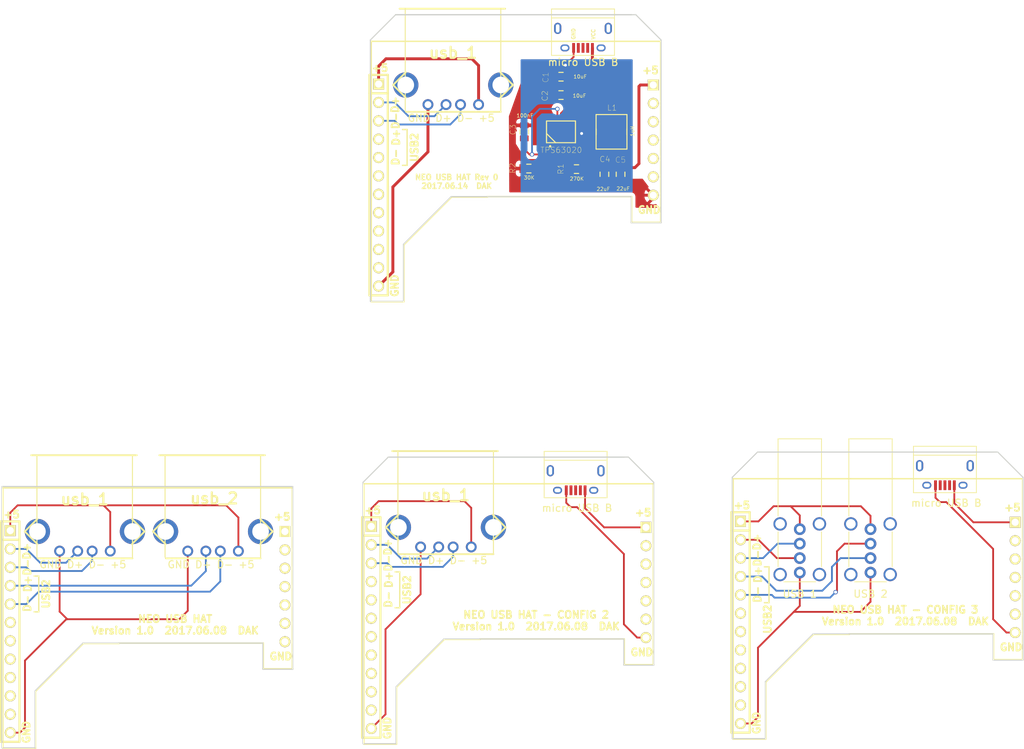
<source format=kicad_pcb>
(kicad_pcb (version 4) (host pcbnew 4.0.2-stable)

  (general
    (links 31)
    (no_connects 1)
    (area 44.859599 41.7948 189.9888 146.213501)
    (thickness 1.6)
    (drawings 144)
    (tracks 240)
    (zones 0)
    (modules 26)
    (nets 8)
  )

  (page USLetter)
  (title_block
    (title "NanoPi NEO USB HAT")
    (date 2017-06-08)
    (rev 0)
    (company GeoDirk)
  )

  (layers
    (0 F.Cu signal)
    (31 B.Cu signal)
    (32 B.Adhes user)
    (33 F.Adhes user)
    (34 B.Paste user)
    (35 F.Paste user)
    (36 B.SilkS user)
    (37 F.SilkS user)
    (38 B.Mask user)
    (39 F.Mask user)
    (40 Dwgs.User user)
    (41 Cmts.User user)
    (42 Eco1.User user)
    (43 Eco2.User user)
    (44 Edge.Cuts user)
    (45 Margin user)
    (46 B.CrtYd user)
    (47 F.CrtYd user)
    (48 B.Fab user)
    (49 F.Fab user)
  )

  (setup
    (last_trace_width 0.25)
    (user_trace_width 0.203)
    (user_trace_width 0.403)
    (trace_clearance 0.2)
    (zone_clearance 0.508)
    (zone_45_only no)
    (trace_min 0.2)
    (segment_width 0.2)
    (edge_width 0.15)
    (via_size 0.6)
    (via_drill 0.4)
    (via_min_size 0.4)
    (via_min_drill 0.3)
    (uvia_size 0.3)
    (uvia_drill 0.1)
    (uvias_allowed no)
    (uvia_min_size 0.2)
    (uvia_min_drill 0.1)
    (pcb_text_width 0.3)
    (pcb_text_size 1.5 1.5)
    (mod_edge_width 0.15)
    (mod_text_size 1 1)
    (mod_text_width 0.15)
    (pad_size 1.524 1.524)
    (pad_drill 0.762)
    (pad_to_mask_clearance 0.2)
    (aux_axis_origin 0 0)
    (visible_elements 7FFFFFFF)
    (pcbplotparams
      (layerselection 0x00030_80000001)
      (usegerberextensions false)
      (excludeedgelayer true)
      (linewidth 0.100000)
      (plotframeref false)
      (viasonmask false)
      (mode 1)
      (useauxorigin false)
      (hpglpennumber 1)
      (hpglpenspeed 20)
      (hpglpendiameter 15)
      (hpglpenoverlay 2)
      (psnegative false)
      (psa4output false)
      (plotreference true)
      (plotvalue true)
      (plotinvisibletext false)
      (padsonsilk false)
      (subtractmaskfromsilk false)
      (outputformat 1)
      (mirror false)
      (drillshape 1)
      (scaleselection 1)
      (outputdirectory ""))
  )

  (net 0 "")
  (net 1 VIN)
  (net 2 GND)
  (net 3 VOUT)
  (net 4 FB)
  (net 5 N$3)
  (net 6 N$4)
  (net 7 N$1)

  (net_class Default "This is the default net class."
    (clearance 0.2)
    (trace_width 0.25)
    (via_dia 0.6)
    (via_drill 0.4)
    (uvia_dia 0.3)
    (uvia_drill 0.1)
    (add_net FB)
    (add_net GND)
    (add_net N$1)
    (add_net N$3)
    (add_net N$4)
    (add_net VIN)
    (add_net VOUT)
  )

  (module QFN14-3X4MM (layer F.Cu) (tedit 594177EE) (tstamp 5941443E)
    (at 122.6235 60.8837 90)
    (fp_text reference TPS63020 (at -2.9719 -2.8879 360) (layer F.SilkS)
      (effects (font (size 0.77216 0.77216) (thickness 0.046329)) (justify left bottom))
    )
    (fp_text value "" (at -3.4544 3.175 90) (layer F.SilkS)
      (effects (font (size 1.2065 1.2065) (thickness 0.07239)) (justify left bottom))
    )
    (fp_line (start -1.4986 2.0066) (end 1.4986 2.0066) (layer F.SilkS) (width 0.1524))
    (fp_line (start 1.4986 -2.0066) (end -1.4986 -2.0066) (layer F.SilkS) (width 0.1524))
    (fp_arc (start -2.0066 -1.4986) (end -1.9304 -1.4986) (angle 180) (layer F.SilkS) (width 0.1524))
    (fp_arc (start -2.0066 -1.4986) (end -2.0828 -1.4986) (angle 180) (layer F.SilkS) (width 0.1524))
    (fp_line (start -1.4986 -0.7366) (end -0.2286 -2.0066) (layer F.SilkS) (width 0.1524))
    (fp_line (start -1.5 2) (end 1.5 2) (layer F.SilkS) (width 0.1524))
    (fp_line (start 1.5 2) (end 1.5 -2) (layer F.SilkS) (width 0.1524))
    (fp_line (start 1.5 -2) (end -1.5 -2) (layer F.SilkS) (width 0.1524))
    (fp_line (start -1.5 -2) (end -1.5 2) (layer F.SilkS) (width 0.1524))
    (fp_arc (start -2.0066 -1.4986) (end -1.9304 -1.4986) (angle 180) (layer F.SilkS) (width 0.1524))
    (fp_arc (start -2.0066 -1.4986) (end -2.0828 -1.4986) (angle 180) (layer F.SilkS) (width 0.1524))
    (fp_poly (pts (xy 0.12 1.37) (xy 0.78 1.37) (xy 0.78 0.12) (xy 0.12 0.12)) (layer F.Paste) (width 0))
    (fp_poly (pts (xy 0.12 -0.12) (xy 0.78 -0.12) (xy 0.78 -1.37) (xy 0.12 -1.37)) (layer F.Paste) (width 0))
    (fp_poly (pts (xy -0.78 -0.12) (xy -0.12 -0.12) (xy -0.12 -1.37) (xy -0.78 -1.37)) (layer F.Paste) (width 0))
    (fp_poly (pts (xy -0.78 1.37) (xy -0.12 1.37) (xy -0.12 0.12) (xy -0.78 0.12)) (layer F.Paste) (width 0))
    (pad 1 smd oval (at -1.4 -1.5 90) (size 0.6 0.24) (layers F.Cu F.Paste F.Mask)
      (net 7 N$1))
    (pad 2 smd oval (at -1.4 -1 90) (size 0.6 0.24) (layers F.Cu F.Paste F.Mask)
      (net 2 GND))
    (pad 3 smd oval (at -1.4 -0.5 90) (size 0.6 0.24) (layers F.Cu F.Paste F.Mask)
      (net 4 FB))
    (pad 4 smd oval (at -1.4 0 90) (size 0.6 0.24) (layers F.Cu F.Paste F.Mask)
      (net 3 VOUT))
    (pad 5 smd oval (at -1.4 0.5 90) (size 0.6 0.24) (layers F.Cu F.Paste F.Mask)
      (net 3 VOUT))
    (pad 6 smd oval (at -1.4 1 90) (size 0.6 0.24) (layers F.Cu F.Paste F.Mask)
      (net 6 N$4))
    (pad 7 smd oval (at -1.4 1.5 90) (size 0.6 0.24) (layers F.Cu F.Paste F.Mask)
      (net 6 N$4))
    (pad 8 smd oval (at 1.4 1.5 270) (size 0.6 0.24) (layers F.Cu F.Paste F.Mask)
      (net 5 N$3))
    (pad 9 smd oval (at 1.4 1 270) (size 0.6 0.24) (layers F.Cu F.Paste F.Mask)
      (net 5 N$3))
    (pad 10 smd oval (at 1.4 0.5 270) (size 0.6 0.24) (layers F.Cu F.Paste F.Mask)
      (net 1 VIN))
    (pad 11 smd oval (at 1.4 0 270) (size 0.6 0.24) (layers F.Cu F.Paste F.Mask)
      (net 1 VIN))
    (pad 12 smd oval (at 1.4 -0.5 270) (size 0.6 0.24) (layers F.Cu F.Paste F.Mask)
      (net 7 N$1))
    (pad 13 smd oval (at 1.4 -1 270) (size 0.6 0.24) (layers F.Cu F.Paste F.Mask)
      (net 2 GND))
    (pad 14 smd oval (at 1.4 -1.5 270) (size 0.6 0.24) (layers F.Cu F.Paste F.Mask))
    (pad 15 smd rect (at 0 0 90) (size 1.58 2.85) (layers F.Cu F.Paste F.Mask)
      (net 2 GND))
    (pad 19 smd rect (at 0.69 -1.7125 90) (size 0.2 0.575) (layers F.Cu F.Paste F.Mask)
      (net 2 GND))
    (pad 16 smd rect (at -0.69 -1.7125 90) (size 0.2 0.575) (layers F.Cu F.Paste F.Mask)
      (net 2 GND))
    (pad 17 smd rect (at -0.23 -1.7125 90) (size 0.2 0.575) (layers F.Cu F.Paste F.Mask)
      (net 2 GND))
    (pad 18 smd rect (at 0.23 -1.7125 90) (size 0.2 0.575) (layers F.Cu F.Paste F.Mask)
      (net 2 GND))
    (pad 21 smd rect (at 0.23 1.7125 90) (size 0.2 0.575) (layers F.Cu F.Paste F.Mask)
      (net 2 GND))
    (pad 20 smd rect (at 0.69 1.7125 90) (size 0.2 0.575) (layers F.Cu F.Paste F.Mask)
      (net 2 GND))
    (pad 22 smd rect (at -0.23 1.7125 90) (size 0.2 0.575) (layers F.Cu F.Paste F.Mask)
      (net 2 GND))
    (pad 23 smd rect (at -0.69 1.7125 90) (size 0.2 0.575) (layers F.Cu F.Paste F.Mask)
      (net 2 GND))
  )

  (module 0805 (layer F.Cu) (tedit 59417EF0) (tstamp 59414417)
    (at 130.8608 66.7512 270)
    (fp_text reference C5 (at -2.4384 -0.762 360) (layer F.SilkS)
      (effects (font (size 0.77216 0.77216) (thickness 0.032512)) (justify right top))
    )
    (fp_text value 22uF (at 2.286 0.6096 360) (layer F.SilkS)
      (effects (font (size 0.5 0.5) (thickness 0.07239)) (justify left bottom))
    )
    (fp_line (start -0.3 -0.6) (end 0.3 -0.6) (layer F.SilkS) (width 0.1524))
    (fp_line (start -0.3 0.6) (end 0.3 0.6) (layer F.SilkS) (width 0.1524))
    (pad 1 smd rect (at -0.9 0 270) (size 0.8 1.2) (layers F.Cu F.Paste F.Mask)
      (net 3 VOUT))
    (pad 2 smd rect (at 0.9 0 270) (size 0.8 1.2) (layers F.Cu F.Paste F.Mask)
      (net 2 GND))
  )

  (module 0805 (layer F.Cu) (tedit 59417EF4) (tstamp 59414410)
    (at 128.6256 66.7512 270)
    (fp_text reference C4 (at -1.6256 0.7112 360) (layer F.SilkS)
      (effects (font (size 0.77216 0.77216) (thickness 0.046329)) (justify left bottom))
    )
    (fp_text value 22uF (at 2.3368 1.1176 360) (layer F.SilkS)
      (effects (font (size 0.5 0.5) (thickness 0.07239)) (justify left bottom))
    )
    (fp_line (start -0.3 -0.6) (end 0.3 -0.6) (layer F.SilkS) (width 0.1524))
    (fp_line (start -0.3 0.6) (end 0.3 0.6) (layer F.SilkS) (width 0.1524))
    (pad 1 smd rect (at -0.9 0 270) (size 0.8 1.2) (layers F.Cu F.Paste F.Mask)
      (net 3 VOUT))
    (pad 2 smd rect (at 0.9 0 270) (size 0.8 1.2) (layers F.Cu F.Paste F.Mask)
      (net 2 GND))
  )

  (module 0805 (layer F.Cu) (tedit 59417E79) (tstamp 59414409)
    (at 118.1785 65.9637 180)
    (fp_text reference R2 (at 1.7957 -0.7367 270) (layer F.SilkS)
      (effects (font (size 0.77216 0.77216) (thickness 0.046329)) (justify left bottom))
    )
    (fp_text value 30K (at 0.7289 -1.5495 180) (layer F.SilkS)
      (effects (font (size 0.5 0.5) (thickness 0.07239)) (justify left bottom))
    )
    (fp_line (start -0.3 -0.6) (end 0.3 -0.6) (layer F.SilkS) (width 0.1524))
    (fp_line (start -0.3 0.6) (end 0.3 0.6) (layer F.SilkS) (width 0.1524))
    (pad 1 smd rect (at -0.9 0 180) (size 0.8 1.2) (layers F.Cu F.Paste F.Mask)
      (net 4 FB))
    (pad 2 smd rect (at 0.9 0 180) (size 0.8 1.2) (layers F.Cu F.Paste F.Mask)
      (net 2 GND))
  )

  (module 0805 (layer F.Cu) (tedit 59417E83) (tstamp 59414402)
    (at 124.7648 66.04)
    (fp_text reference R1 (at -1.7272 0.762 90) (layer F.SilkS)
      (effects (font (size 0.77216 0.77216) (thickness 0.046329)) (justify left bottom))
    )
    (fp_text value 270K (at -0.9652 1.6256) (layer F.SilkS)
      (effects (font (size 0.5 0.5) (thickness 0.07239)) (justify left bottom))
    )
    (fp_line (start -0.3 -0.6) (end 0.3 -0.6) (layer F.SilkS) (width 0.1524))
    (fp_line (start -0.3 0.6) (end 0.3 0.6) (layer F.SilkS) (width 0.1524))
    (pad 1 smd rect (at -0.9 0) (size 0.8 1.2) (layers F.Cu F.Paste F.Mask)
      (net 4 FB))
    (pad 2 smd rect (at 0.9 0) (size 0.8 1.2) (layers F.Cu F.Paste F.Mask)
      (net 3 VOUT))
  )

  (module 0805 (layer F.Cu) (tedit 59417F1D) (tstamp 594143FB)
    (at 117.5435 60.8837 90)
    (fp_text reference C3 (at -0.4827 -1.1099 90) (layer F.SilkS)
      (effects (font (size 0.77216 0.77216) (thickness 0.046329)) (justify left bottom))
    )
    (fp_text value 100nF (at 1.9557 -1.1099 180) (layer F.SilkS)
      (effects (font (size 0.5 0.5) (thickness 0.07239)) (justify left bottom))
    )
    (fp_line (start -0.3 -0.6) (end 0.3 -0.6) (layer F.SilkS) (width 0.1524))
    (fp_line (start -0.3 0.6) (end 0.3 0.6) (layer F.SilkS) (width 0.1524))
    (pad 1 smd rect (at -0.9 0 90) (size 0.8 1.2) (layers F.Cu F.Paste F.Mask)
      (net 7 N$1))
    (pad 2 smd rect (at 0.9 0 90) (size 0.8 1.2) (layers F.Cu F.Paste F.Mask)
      (net 2 GND))
  )

  (module SDR0403 (layer F.Cu) (tedit 59417E12) (tstamp 594143F0)
    (at 129.6085 60.8837 270)
    (fp_text reference L1 (at -2.8702 0.635 360) (layer F.SilkS)
      (effects (font (size 0.77216 0.77216) (thickness 0.046329)) (justify left bottom))
    )
    (fp_text value 1uH (at 0.6859 -3.1827 270) (layer F.SilkS)
      (effects (font (size 0.5 0.5) (thickness 0.07239)) (justify left bottom))
    )
    (fp_line (start -0.4064 -2.1336) (end 0.4064 -2.1336) (layer F.SilkS) (width 0.1524))
    (fp_line (start 0.4064 2.1336) (end -0.4064 2.1336) (layer F.SilkS) (width 0.1524))
    (fp_line (start -2.3876 -2.1336) (end 2.3876 -2.1336) (layer F.SilkS) (width 0.1524))
    (fp_line (start 2.3876 -2.1336) (end 2.3876 2.1336) (layer F.SilkS) (width 0.1524))
    (fp_line (start 2.3876 2.1336) (end -2.3876 2.1336) (layer F.SilkS) (width 0.1524))
    (fp_line (start -2.3876 2.1336) (end -2.3876 -2.1336) (layer F.SilkS) (width 0.1524))
    (pad 1 smd rect (at -1.651 0 270) (size 1.8034 4.4958) (layers F.Cu F.Paste F.Mask)
      (net 5 N$3))
    (pad 2 smd rect (at 1.651 0 270) (size 1.8034 4.4958) (layers F.Cu F.Paste F.Mask)
      (net 6 N$4))
  )

  (module 0805 (layer F.Cu) (tedit 59417A26) (tstamp 594143E9)
    (at 122.6235 53.2637 180)
    (fp_text reference C1 (at 2.5831 0.6857 270) (layer F.SilkS)
      (effects (font (size 0.77216 0.77216) (thickness 0.032512)) (justify right top))
    )
    (fp_text value 10uF (at -1.6841 -0.2795 180) (layer F.SilkS)
      (effects (font (size 0.5 0.5) (thickness 0.07239)) (justify left bottom))
    )
    (fp_line (start -0.3 -0.6) (end 0.3 -0.6) (layer F.SilkS) (width 0.1524))
    (fp_line (start -0.3 0.6) (end 0.3 0.6) (layer F.SilkS) (width 0.1524))
    (pad 1 smd rect (at -0.9 0 180) (size 0.8 1.2) (layers F.Cu F.Paste F.Mask)
      (net 1 VIN))
    (pad 2 smd rect (at 0.9 0 180) (size 0.8 1.2) (layers F.Cu F.Paste F.Mask)
      (net 2 GND))
  )

  (module 0805 (layer F.Cu) (tedit 594179F9) (tstamp 594143E2)
    (at 122.6235 55.8037 180)
    (fp_text reference C2 (at 1.7703 -0.8891 270) (layer F.SilkS)
      (effects (font (size 0.77216 0.77216) (thickness 0.046329)) (justify left bottom))
    )
    (fp_text value 10uF (at -1.5825 -0.3811 180) (layer F.SilkS)
      (effects (font (size 0.5 0.5) (thickness 0.07239)) (justify left bottom))
    )
    (fp_line (start -0.3 -0.6) (end 0.3 -0.6) (layer F.SilkS) (width 0.1524))
    (fp_line (start -0.3 0.6) (end 0.3 0.6) (layer F.SilkS) (width 0.1524))
    (pad 1 smd rect (at -0.9 0 180) (size 0.8 1.2) (layers F.Cu F.Paste F.Mask)
      (net 1 VIN))
    (pad 2 smd rect (at 0.9 0 180) (size 0.8 1.2) (layers F.Cu F.Paste F.Mask)
      (net 2 GND))
  )

  (module Connectors:USB_Micro-B (layer F.Cu) (tedit 59417A4A) (tstamp 594082A3)
    (at 125.6665 47.9298 180)
    (descr "Micro USB Type B Receptacle")
    (tags "USB USB_B USB_micro USB_OTG")
    (attr smd)
    (fp_text reference "micro USB B" (at -0.0127 -3.3274 180) (layer F.SilkS)
      (effects (font (size 1 1) (thickness 0.15)))
    )
    (fp_text value "" (at 0 5.01 180) (layer F.Fab)
      (effects (font (size 1 1) (thickness 0.15)))
    )
    (fp_line (start -4.6 -2.59) (end 4.6 -2.59) (layer F.CrtYd) (width 0.05))
    (fp_line (start 4.6 -2.59) (end 4.6 4.26) (layer F.CrtYd) (width 0.05))
    (fp_line (start 4.6 4.26) (end -4.6 4.26) (layer F.CrtYd) (width 0.05))
    (fp_line (start -4.6 4.26) (end -4.6 -2.59) (layer F.CrtYd) (width 0.05))
    (fp_line (start -4.35 4.03) (end 4.35 4.03) (layer F.SilkS) (width 0.12))
    (fp_line (start -4.35 -2.38) (end 4.35 -2.38) (layer F.SilkS) (width 0.12))
    (fp_line (start 4.35 -2.38) (end 4.35 4.03) (layer F.SilkS) (width 0.12))
    (fp_line (start 4.35 2.8) (end -4.35 2.8) (layer F.SilkS) (width 0.12))
    (fp_line (start -4.35 4.03) (end -4.35 -2.38) (layer F.SilkS) (width 0.12))
    (pad 1 smd rect (at -1.3 -1.35 270) (size 1.35 0.4) (layers F.Cu F.Paste F.Mask))
    (pad 2 smd rect (at -0.65 -1.35 270) (size 1.35 0.4) (layers F.Cu F.Paste F.Mask))
    (pad 3 smd rect (at 0 -1.35 270) (size 1.35 0.4) (layers F.Cu F.Paste F.Mask))
    (pad 4 smd rect (at 0.65 -1.35 270) (size 1.35 0.4) (layers F.Cu F.Paste F.Mask))
    (pad 5 smd rect (at 1.3 -1.35 270) (size 1.35 0.4) (layers F.Cu F.Paste F.Mask))
    (pad 6 thru_hole oval (at -2.5 -1.35 270) (size 0.95 1.25) (drill oval 0.55 0.85) (layers *.Cu *.Mask))
    (pad 6 thru_hole oval (at 2.5 -1.35 270) (size 0.95 1.25) (drill oval 0.55 0.85) (layers *.Cu *.Mask))
    (pad 6 thru_hole oval (at -3.5 1.35 270) (size 1.55 1) (drill oval 1.15 0.5) (layers *.Cu *.Mask))
    (pad 6 thru_hole oval (at 3.5 1.35 270) (size 1.55 1) (drill oval 1.15 0.5) (layers *.Cu *.Mask))
  )

  (module w_conn_pc:conn_usb_A (layer F.Cu) (tedit 5939B8F2) (tstamp 59408291)
    (at 107.696 50.3428 180)
    (descr "USB A-type receptacle")
    (tags USB)
    (fp_text reference usb_1 (at 0 0.381 180) (layer F.SilkS)
      (effects (font (thickness 0.3048)))
    )
    (fp_text value "" (at 0 -1.778 180) (layer F.SilkS)
      (effects (font (thickness 0.3048)))
    )
    (fp_text user "GND D+ D- +5" (at 0.254 -8.636 180) (layer F.SilkS)
      (effects (font (size 1 1) (thickness 0.15)))
    )
    (fp_line (start 6.604 -7.62) (end 6.604 6.48) (layer F.SilkS) (width 0.15))
    (fp_line (start -6.604 -7.62) (end -6.604 6.48) (layer F.SilkS) (width 0.15))
    (fp_line (start -7.204 6.48) (end 7.388 6.48) (layer F.SilkS) (width 0.254))
    (fp_line (start 6.5278 -5.8166) (end 8.2804 -4.064) (layer F.SilkS) (width 0.254))
    (fp_line (start 8.2804 -4.064) (end 6.5278 -2.3114) (layer F.SilkS) (width 0.254))
    (fp_line (start -6.5278 -5.8166) (end -8.2804 -4.064) (layer F.SilkS) (width 0.254))
    (fp_line (start -8.2804 -4.064) (end -6.5278 -2.3114) (layer F.SilkS) (width 0.254))
    (fp_line (start -6.604 -7.774) (end 6.496 -7.774) (layer F.SilkS) (width 0.254))
    (pad 3 thru_hole circle (at 0.966 -6.774 180) (size 1.50114 1.50114) (drill 0.94996) (layers *.Cu *.Mask))
    (pad 4 thru_hole circle (at 3.466 -6.774 180) (size 1.50114 1.50114) (drill 0.94996) (layers *.Cu *.Mask))
    (pad 1 thru_hole circle (at -3.534 -6.774 180) (size 1.50114 1.50114) (drill 0.94996) (layers *.Cu *.Mask))
    (pad 2 thru_hole circle (at -1.034 -6.774 180) (size 1.50114 1.50114) (drill 0.94996) (layers *.Cu *.Mask))
    (pad "" thru_hole circle (at -6.604 -4.064 180) (size 3.50012 3.50012) (drill 2.30124) (layers *.Cu *.Mask))
    (pad "" thru_hole circle (at 6.536 -4.064 180) (size 3.50012 3.50012) (drill 2.30124) (layers *.Cu *.Mask))
  )

  (module w_conn_pc:pin_socket_12_sm_holes (layer F.Cu) (tedit 59417970) (tstamp 5940827D)
    (at 97.409 68.2498 270)
    (descr "Pin socket 12pin")
    (tags "CONN DEV")
    (fp_text reference "" (at 0 -2.159 270) (layer F.SilkS)
      (effects (font (size 1.016 1.016) (thickness 0.2032)))
    )
    (fp_text value "" (at 0.254 -3.556 270) (layer F.SilkS) hide
      (effects (font (size 1.016 0.889) (thickness 0.2032)))
    )
    (fp_line (start 15.24 1.27) (end -15.24 1.27) (layer F.SilkS) (width 0.3048))
    (fp_line (start -15.24 -1.27) (end 15.24 -1.27) (layer F.SilkS) (width 0.3048))
    (fp_line (start 15.24 -1.27) (end 15.24 1.27) (layer F.SilkS) (width 0.3048))
    (fp_line (start -12.7 -1.27) (end -12.7 1.27) (layer F.SilkS) (width 0.3048))
    (fp_line (start -15.24 1.27) (end -15.24 -1.27) (layer F.SilkS) (width 0.3048))
    (pad 1 thru_hole rect (at -13.97 0 270) (size 1.524 1.5) (drill 1.00076) (layers *.Cu *.Mask F.SilkS))
    (pad 2 thru_hole oval (at -11.43 0 270) (size 1.524 1.5) (drill 1.00076) (layers *.Cu *.Mask F.SilkS))
    (pad 3 thru_hole oval (at -8.89 0 270) (size 1.524 1.5) (drill 1.00076) (layers *.Cu *.Mask F.SilkS))
    (pad 4 thru_hole oval (at -6.35 0 270) (size 1.524 1.5) (drill 1.00076) (layers *.Cu *.Mask F.SilkS))
    (pad 5 thru_hole oval (at -3.81 0 270) (size 1.524 1.5) (drill 1.00076) (layers *.Cu *.Mask F.SilkS))
    (pad 6 thru_hole oval (at -1.27 0 270) (size 1.524 1.5) (drill 1.00076) (layers *.Cu *.Mask F.SilkS))
    (pad 7 thru_hole oval (at 1.27 0 270) (size 1.524 1.5) (drill 1.00076) (layers *.Cu *.Mask F.SilkS))
    (pad 8 thru_hole oval (at 3.81 0 270) (size 1.524 1.5) (drill 1.00076) (layers *.Cu *.Mask F.SilkS))
    (pad 9 thru_hole oval (at 6.35 0 270) (size 1.524 1.5) (drill 1.00076) (layers *.Cu *.Mask F.SilkS))
    (pad 10 thru_hole oval (at 8.89 0 270) (size 1.524 1.5) (drill 1.00076) (layers *.Cu *.Mask F.SilkS))
    (pad 11 thru_hole oval (at 11.43 0 270) (size 1.524 1.5) (drill 1.00076) (layers *.Cu *.Mask F.SilkS))
    (pad 12 thru_hole oval (at 13.97 0 270) (size 1.524 1.5) (drill 1.00076) (layers *.Cu *.Mask F.SilkS))
    (model walter/pin_strip/pin_socket_12.wrl
      (at (xyz 0 0 0))
      (scale (xyz 1 1 1))
      (rotate (xyz 0 0 0))
    )
  )

  (module w_conn_pc:pin_socket_7_sm_holes (layer F.Cu) (tedit 59417977) (tstamp 59408273)
    (at 135.382 68.3768 270)
    (descr "Pin socket 12pin")
    (tags "CONN DEV")
    (fp_text reference "" (at -4.7625 2.4765 270) (layer F.SilkS)
      (effects (font (size 1.016 1.016) (thickness 0.2032)))
    )
    (fp_text value "" (at 0.254 -3.556 270) (layer F.SilkS) hide
      (effects (font (size 1.016 0.889) (thickness 0.2032)))
    )
    (pad 1 thru_hole rect (at -13.97 0 270) (size 1.524 1.5) (drill 1.00076) (layers *.Cu *.Mask F.SilkS))
    (pad 2 thru_hole oval (at -11.43 0 270) (size 1.524 1.5) (drill 1.00076) (layers *.Cu *.Mask F.SilkS))
    (pad 3 thru_hole oval (at -8.89 0 270) (size 1.524 1.5) (drill 1.00076) (layers *.Cu *.Mask F.SilkS))
    (pad 4 thru_hole oval (at -6.35 0 270) (size 1.524 1.5) (drill 1.00076) (layers *.Cu *.Mask F.SilkS))
    (pad 5 thru_hole oval (at -3.81 0 270) (size 1.524 1.5) (drill 1.00076) (layers *.Cu *.Mask F.SilkS))
    (pad 6 thru_hole oval (at -1.27 0 270) (size 1.524 1.5) (drill 1.00076) (layers *.Cu *.Mask F.SilkS))
    (pad 7 thru_hole oval (at 1.27 0 270) (size 1.524 1.5) (drill 1.00076) (layers *.Cu *.Mask F.SilkS))
    (model walter/pin_strip/pin_socket_12.wrl
      (at (xyz 0 0 0))
      (scale (xyz 1 1 1))
      (rotate (xyz 0 0 0))
    )
  )

  (module Connectors:USB_A_Vertical (layer F.Cu) (tedit 5939CDCE) (tstamp 594208F5)
    (at 165.4175 115.824)
    (descr "USB A vertical female connector, right angle")
    (tags "USB_A_Vertical female connector angled 73725-0110BLF")
    (fp_text reference "USB 2" (at 0 8.95) (layer F.SilkS)
      (effects (font (size 1 1) (thickness 0.15)))
    )
    (fp_text value "" (at -0.05 -5.8) (layer F.Fab)
      (effects (font (size 1 1) (thickness 0.15)))
    )
    (fp_line (start 3.9 -12.75) (end 3.9 7.55) (layer F.CrtYd) (width 0.05))
    (fp_line (start 3.9 7.55) (end -3.9 7.55) (layer F.CrtYd) (width 0.05))
    (fp_line (start -3.9 7.55) (end -3.9 -12.75) (layer F.CrtYd) (width 0.05))
    (fp_line (start -3.9 -12.75) (end 3.9 -12.75) (layer F.CrtYd) (width 0.05))
    (fp_line (start 3 -1.82) (end 3 -12.5) (layer F.SilkS) (width 0.12))
    (fp_line (start -3 -1.82) (end -3 -12.5) (layer F.SilkS) (width 0.12))
    (fp_line (start -3 -12.5) (end 3 -12.5) (layer F.SilkS) (width 0.12))
    (fp_line (start -3 0.36) (end -3 5.18) (layer F.SilkS) (width 0.12))
    (fp_line (start 2.2 7.27) (end -2.2 7.27) (layer F.SilkS) (width 0.12))
    (fp_line (start 3 0.36) (end 3 5.18) (layer F.SilkS) (width 0.12))
    (pad 1 thru_hole circle (at 0 0) (size 1.62 1.62) (drill 0.92) (layers *.Cu *.Mask))
    (pad 2 thru_hole circle (at 0 2) (size 1.62 1.62) (drill 0.92) (layers *.Cu *.Mask))
    (pad 3 thru_hole circle (at 0 4) (size 1.62 1.62) (drill 0.92) (layers *.Cu *.Mask))
    (pad 5 thru_hole circle (at 2.72 -0.73) (size 1.85 1.85) (drill 1.35) (layers *.Cu *.Mask))
    (pad 4 thru_hole circle (at 0 6) (size 1.62 1.62) (drill 0.92) (layers *.Cu *.Mask))
    (pad 5 thru_hole circle (at 2.72 6.27) (size 1.85 1.85) (drill 1.35) (layers *.Cu *.Mask))
    (pad 5 thru_hole circle (at -2.72 -0.73) (size 1.85 1.85) (drill 1.35) (layers *.Cu *.Mask))
    (pad 5 thru_hole circle (at -2.72 6.27) (size 1.85 1.85) (drill 1.35) (layers *.Cu *.Mask))
    (model Connectors.3dshapes/USB_A_Vertical.wrl
      (at (xyz 0.01 -0.02 0.05))
      (scale (xyz 0.41 0.41 0.41))
      (rotate (xyz 0 -90 180))
    )
  )

  (module Connectors:USB_Micro-B (layer F.Cu) (tedit 5939CA2D) (tstamp 59420880)
    (at 175.7045 108.3945 180)
    (descr "Micro USB Type B Receptacle")
    (tags "USB USB_B USB_micro USB_OTG")
    (attr smd)
    (fp_text reference "micro USB B" (at -0.1905 -3.81 180) (layer F.SilkS)
      (effects (font (size 1 1) (thickness 0.15)))
    )
    (fp_text value "" (at 0 5.01 180) (layer F.Fab)
      (effects (font (size 1 1) (thickness 0.15)))
    )
    (fp_line (start -4.6 -2.59) (end 4.6 -2.59) (layer F.CrtYd) (width 0.05))
    (fp_line (start 4.6 -2.59) (end 4.6 4.26) (layer F.CrtYd) (width 0.05))
    (fp_line (start 4.6 4.26) (end -4.6 4.26) (layer F.CrtYd) (width 0.05))
    (fp_line (start -4.6 4.26) (end -4.6 -2.59) (layer F.CrtYd) (width 0.05))
    (fp_line (start -4.35 4.03) (end 4.35 4.03) (layer F.SilkS) (width 0.12))
    (fp_line (start -4.35 -2.38) (end 4.35 -2.38) (layer F.SilkS) (width 0.12))
    (fp_line (start 4.35 -2.38) (end 4.35 4.03) (layer F.SilkS) (width 0.12))
    (fp_line (start 4.35 2.8) (end -4.35 2.8) (layer F.SilkS) (width 0.12))
    (fp_line (start -4.35 4.03) (end -4.35 -2.38) (layer F.SilkS) (width 0.12))
    (pad 1 smd rect (at -1.3 -1.35 270) (size 1.35 0.4) (layers F.Cu F.Paste F.Mask))
    (pad 2 smd rect (at -0.65 -1.35 270) (size 1.35 0.4) (layers F.Cu F.Paste F.Mask))
    (pad 3 smd rect (at 0 -1.35 270) (size 1.35 0.4) (layers F.Cu F.Paste F.Mask))
    (pad 4 smd rect (at 0.65 -1.35 270) (size 1.35 0.4) (layers F.Cu F.Paste F.Mask))
    (pad 5 smd rect (at 1.3 -1.35 270) (size 1.35 0.4) (layers F.Cu F.Paste F.Mask))
    (pad 6 thru_hole oval (at -2.5 -1.35 270) (size 0.95 1.25) (drill oval 0.55 0.85) (layers *.Cu *.Mask))
    (pad 6 thru_hole oval (at 2.5 -1.35 270) (size 0.95 1.25) (drill oval 0.55 0.85) (layers *.Cu *.Mask))
    (pad 6 thru_hole oval (at -3.5 1.35 270) (size 1.55 1) (drill oval 1.15 0.5) (layers *.Cu *.Mask))
    (pad 6 thru_hole oval (at 3.5 1.35 270) (size 1.55 1) (drill oval 1.15 0.5) (layers *.Cu *.Mask))
  )

  (module w_conn_pc:pin_socket_12_sm_holes (layer F.Cu) (tedit 5939B1B1) (tstamp 5942085A)
    (at 147.447 128.7145 270)
    (descr "Pin socket 12pin")
    (tags "CONN DEV")
    (fp_text reference "" (at 0 -2.159 270) (layer F.SilkS)
      (effects (font (size 1.016 1.016) (thickness 0.2032)))
    )
    (fp_text value Val** (at 0.254 -3.556 270) (layer F.SilkS) hide
      (effects (font (size 1.016 0.889) (thickness 0.2032)))
    )
    (fp_line (start 15.24 1.27) (end -15.24 1.27) (layer F.SilkS) (width 0.3048))
    (fp_line (start -15.24 -1.27) (end 15.24 -1.27) (layer F.SilkS) (width 0.3048))
    (fp_line (start 15.24 -1.27) (end 15.24 1.27) (layer F.SilkS) (width 0.3048))
    (fp_line (start -12.7 -1.27) (end -12.7 1.27) (layer F.SilkS) (width 0.3048))
    (fp_line (start -15.24 1.27) (end -15.24 -1.27) (layer F.SilkS) (width 0.3048))
    (pad 1 thru_hole rect (at -13.97 0 270) (size 1.524 1.5) (drill 1.00076) (layers *.Cu *.Mask F.SilkS))
    (pad 2 thru_hole oval (at -11.43 0 270) (size 1.524 1.5) (drill 1.00076) (layers *.Cu *.Mask F.SilkS))
    (pad 3 thru_hole oval (at -8.89 0 270) (size 1.524 1.5) (drill 1.00076) (layers *.Cu *.Mask F.SilkS))
    (pad 4 thru_hole oval (at -6.35 0 270) (size 1.524 1.5) (drill 1.00076) (layers *.Cu *.Mask F.SilkS))
    (pad 5 thru_hole oval (at -3.81 0 270) (size 1.524 1.5) (drill 1.00076) (layers *.Cu *.Mask F.SilkS))
    (pad 6 thru_hole oval (at -1.27 0 270) (size 1.524 1.5) (drill 1.00076) (layers *.Cu *.Mask F.SilkS))
    (pad 7 thru_hole oval (at 1.27 0 270) (size 1.524 1.5) (drill 1.00076) (layers *.Cu *.Mask F.SilkS))
    (pad 8 thru_hole oval (at 3.81 0 270) (size 1.524 1.5) (drill 1.00076) (layers *.Cu *.Mask F.SilkS))
    (pad 9 thru_hole oval (at 6.35 0 270) (size 1.524 1.5) (drill 1.00076) (layers *.Cu *.Mask F.SilkS))
    (pad 10 thru_hole oval (at 8.89 0 270) (size 1.524 1.5) (drill 1.00076) (layers *.Cu *.Mask F.SilkS))
    (pad 11 thru_hole oval (at 11.43 0 270) (size 1.524 1.5) (drill 1.00076) (layers *.Cu *.Mask F.SilkS))
    (pad 12 thru_hole oval (at 13.97 0 270) (size 1.524 1.5) (drill 1.00076) (layers *.Cu *.Mask F.SilkS))
    (model walter/pin_strip/pin_socket_12.wrl
      (at (xyz 0 0 0))
      (scale (xyz 1 1 1))
      (rotate (xyz 0 0 0))
    )
  )

  (module w_conn_pc:pin_socket_7_sm_holes (layer F.Cu) (tedit 5939B974) (tstamp 59420850)
    (at 185.42 128.8415 270)
    (descr "Pin socket 12pin")
    (tags "CONN DEV")
    (fp_text reference "" (at -4.7625 2.4765 270) (layer F.SilkS)
      (effects (font (size 1.016 1.016) (thickness 0.2032)))
    )
    (fp_text value Val** (at 0.254 -3.556 270) (layer F.SilkS) hide
      (effects (font (size 1.016 0.889) (thickness 0.2032)))
    )
    (pad 1 thru_hole rect (at -13.97 0 270) (size 1.524 1.5) (drill 1.00076) (layers *.Cu *.Mask F.SilkS))
    (pad 2 thru_hole oval (at -11.43 0 270) (size 1.524 1.5) (drill 1.00076) (layers *.Cu *.Mask F.SilkS))
    (pad 3 thru_hole oval (at -8.89 0 270) (size 1.524 1.5) (drill 1.00076) (layers *.Cu *.Mask F.SilkS))
    (pad 4 thru_hole oval (at -6.35 0 270) (size 1.524 1.5) (drill 1.00076) (layers *.Cu *.Mask F.SilkS))
    (pad 5 thru_hole oval (at -3.81 0 270) (size 1.524 1.5) (drill 1.00076) (layers *.Cu *.Mask F.SilkS))
    (pad 6 thru_hole oval (at -1.27 0 270) (size 1.524 1.5) (drill 1.00076) (layers *.Cu *.Mask F.SilkS))
    (pad 7 thru_hole oval (at 1.27 0 270) (size 1.524 1.5) (drill 1.00076) (layers *.Cu *.Mask F.SilkS))
    (model walter/pin_strip/pin_socket_12.wrl
      (at (xyz 0 0 0))
      (scale (xyz 1 1 1))
      (rotate (xyz 0 0 0))
    )
  )

  (module w_conn_pc:pin_socket_7_sm_holes (layer F.Cu) (tedit 5939B974) (tstamp 5941A0E5)
    (at 134.366 129.54 270)
    (descr "Pin socket 12pin")
    (tags "CONN DEV")
    (fp_text reference "" (at -4.7625 2.4765 270) (layer F.SilkS)
      (effects (font (size 1.016 1.016) (thickness 0.2032)))
    )
    (fp_text value Val** (at 0.254 -3.556 270) (layer F.SilkS) hide
      (effects (font (size 1.016 0.889) (thickness 0.2032)))
    )
    (pad 1 thru_hole rect (at -13.97 0 270) (size 1.524 1.5) (drill 1.00076) (layers *.Cu *.Mask F.SilkS))
    (pad 2 thru_hole oval (at -11.43 0 270) (size 1.524 1.5) (drill 1.00076) (layers *.Cu *.Mask F.SilkS))
    (pad 3 thru_hole oval (at -8.89 0 270) (size 1.524 1.5) (drill 1.00076) (layers *.Cu *.Mask F.SilkS))
    (pad 4 thru_hole oval (at -6.35 0 270) (size 1.524 1.5) (drill 1.00076) (layers *.Cu *.Mask F.SilkS))
    (pad 5 thru_hole oval (at -3.81 0 270) (size 1.524 1.5) (drill 1.00076) (layers *.Cu *.Mask F.SilkS))
    (pad 6 thru_hole oval (at -1.27 0 270) (size 1.524 1.5) (drill 1.00076) (layers *.Cu *.Mask F.SilkS))
    (pad 7 thru_hole oval (at 1.27 0 270) (size 1.524 1.5) (drill 1.00076) (layers *.Cu *.Mask F.SilkS))
    (model walter/pin_strip/pin_socket_12.wrl
      (at (xyz 0 0 0))
      (scale (xyz 1 1 1))
      (rotate (xyz 0 0 0))
    )
  )

  (module w_conn_pc:pin_socket_12_sm_holes (layer F.Cu) (tedit 5939B1B1) (tstamp 5941A0D1)
    (at 96.393 129.413 270)
    (descr "Pin socket 12pin")
    (tags "CONN DEV")
    (fp_text reference "" (at 0 -2.159 270) (layer F.SilkS)
      (effects (font (size 1.016 1.016) (thickness 0.2032)))
    )
    (fp_text value Val** (at 0.254 -3.556 270) (layer F.SilkS) hide
      (effects (font (size 1.016 0.889) (thickness 0.2032)))
    )
    (fp_line (start 15.24 1.27) (end -15.24 1.27) (layer F.SilkS) (width 0.3048))
    (fp_line (start -15.24 -1.27) (end 15.24 -1.27) (layer F.SilkS) (width 0.3048))
    (fp_line (start 15.24 -1.27) (end 15.24 1.27) (layer F.SilkS) (width 0.3048))
    (fp_line (start -12.7 -1.27) (end -12.7 1.27) (layer F.SilkS) (width 0.3048))
    (fp_line (start -15.24 1.27) (end -15.24 -1.27) (layer F.SilkS) (width 0.3048))
    (pad 1 thru_hole rect (at -13.97 0 270) (size 1.524 1.5) (drill 1.00076) (layers *.Cu *.Mask F.SilkS))
    (pad 2 thru_hole oval (at -11.43 0 270) (size 1.524 1.5) (drill 1.00076) (layers *.Cu *.Mask F.SilkS))
    (pad 3 thru_hole oval (at -8.89 0 270) (size 1.524 1.5) (drill 1.00076) (layers *.Cu *.Mask F.SilkS))
    (pad 4 thru_hole oval (at -6.35 0 270) (size 1.524 1.5) (drill 1.00076) (layers *.Cu *.Mask F.SilkS))
    (pad 5 thru_hole oval (at -3.81 0 270) (size 1.524 1.5) (drill 1.00076) (layers *.Cu *.Mask F.SilkS))
    (pad 6 thru_hole oval (at -1.27 0 270) (size 1.524 1.5) (drill 1.00076) (layers *.Cu *.Mask F.SilkS))
    (pad 7 thru_hole oval (at 1.27 0 270) (size 1.524 1.5) (drill 1.00076) (layers *.Cu *.Mask F.SilkS))
    (pad 8 thru_hole oval (at 3.81 0 270) (size 1.524 1.5) (drill 1.00076) (layers *.Cu *.Mask F.SilkS))
    (pad 9 thru_hole oval (at 6.35 0 270) (size 1.524 1.5) (drill 1.00076) (layers *.Cu *.Mask F.SilkS))
    (pad 10 thru_hole oval (at 8.89 0 270) (size 1.524 1.5) (drill 1.00076) (layers *.Cu *.Mask F.SilkS))
    (pad 11 thru_hole oval (at 11.43 0 270) (size 1.524 1.5) (drill 1.00076) (layers *.Cu *.Mask F.SilkS))
    (pad 12 thru_hole oval (at 13.97 0 270) (size 1.524 1.5) (drill 1.00076) (layers *.Cu *.Mask F.SilkS))
    (model walter/pin_strip/pin_socket_12.wrl
      (at (xyz 0 0 0))
      (scale (xyz 1 1 1))
      (rotate (xyz 0 0 0))
    )
  )

  (module w_conn_pc:conn_usb_A (layer F.Cu) (tedit 5939B8F2) (tstamp 5941A0BF)
    (at 106.68 111.506 180)
    (descr "USB A-type receptacle")
    (tags USB)
    (fp_text reference usb_1 (at 0 0.381 180) (layer F.SilkS)
      (effects (font (thickness 0.3048)))
    )
    (fp_text value "" (at 0 -1.778 180) (layer F.SilkS)
      (effects (font (thickness 0.3048)))
    )
    (fp_text user "GND D+ D- +5" (at 0.254 -8.636 180) (layer F.SilkS)
      (effects (font (size 1 1) (thickness 0.15)))
    )
    (fp_line (start 6.604 -7.62) (end 6.604 6.48) (layer F.SilkS) (width 0.15))
    (fp_line (start -6.604 -7.62) (end -6.604 6.48) (layer F.SilkS) (width 0.15))
    (fp_line (start -7.204 6.48) (end 7.388 6.48) (layer F.SilkS) (width 0.254))
    (fp_line (start 6.5278 -5.8166) (end 8.2804 -4.064) (layer F.SilkS) (width 0.254))
    (fp_line (start 8.2804 -4.064) (end 6.5278 -2.3114) (layer F.SilkS) (width 0.254))
    (fp_line (start -6.5278 -5.8166) (end -8.2804 -4.064) (layer F.SilkS) (width 0.254))
    (fp_line (start -8.2804 -4.064) (end -6.5278 -2.3114) (layer F.SilkS) (width 0.254))
    (fp_line (start -6.604 -7.774) (end 6.496 -7.774) (layer F.SilkS) (width 0.254))
    (pad 3 thru_hole circle (at 0.966 -6.774 180) (size 1.50114 1.50114) (drill 0.94996) (layers *.Cu *.Mask))
    (pad 4 thru_hole circle (at 3.466 -6.774 180) (size 1.50114 1.50114) (drill 0.94996) (layers *.Cu *.Mask))
    (pad 1 thru_hole circle (at -3.534 -6.774 180) (size 1.50114 1.50114) (drill 0.94996) (layers *.Cu *.Mask))
    (pad 2 thru_hole circle (at -1.034 -6.774 180) (size 1.50114 1.50114) (drill 0.94996) (layers *.Cu *.Mask))
    (pad "" thru_hole circle (at -6.604 -4.064 180) (size 3.50012 3.50012) (drill 2.30124) (layers *.Cu *.Mask))
    (pad "" thru_hole circle (at 6.536 -4.064 180) (size 3.50012 3.50012) (drill 2.30124) (layers *.Cu *.Mask))
  )

  (module w_conn_pc:conn_usb_A (layer F.Cu) (tedit 5939B8F9) (tstamp 59419DE7)
    (at 74.4855 112.0775 180)
    (descr "USB A-type receptacle")
    (tags USB)
    (fp_text reference usb_2 (at -0.1905 0.508 180) (layer F.SilkS)
      (effects (font (thickness 0.3048)))
    )
    (fp_text value "" (at 0 -1.778 180) (layer F.SilkS)
      (effects (font (thickness 0.3048)))
    )
    (fp_text user "GND D+ D- +5" (at 0.254 -8.636 180) (layer F.SilkS)
      (effects (font (size 1 1) (thickness 0.15)))
    )
    (fp_line (start 6.604 -7.62) (end 6.604 6.48) (layer F.SilkS) (width 0.15))
    (fp_line (start -6.604 -7.62) (end -6.604 6.48) (layer F.SilkS) (width 0.15))
    (fp_line (start -7.204 6.48) (end 7.388 6.48) (layer F.SilkS) (width 0.254))
    (fp_line (start 6.5278 -5.8166) (end 8.2804 -4.064) (layer F.SilkS) (width 0.254))
    (fp_line (start 8.2804 -4.064) (end 6.5278 -2.3114) (layer F.SilkS) (width 0.254))
    (fp_line (start -6.5278 -5.8166) (end -8.2804 -4.064) (layer F.SilkS) (width 0.254))
    (fp_line (start -8.2804 -4.064) (end -6.5278 -2.3114) (layer F.SilkS) (width 0.254))
    (fp_line (start -6.604 -7.774) (end 6.496 -7.774) (layer F.SilkS) (width 0.254))
    (pad 3 thru_hole circle (at 0.966 -6.774 180) (size 1.50114 1.50114) (drill 0.94996) (layers *.Cu *.Mask))
    (pad 4 thru_hole circle (at 3.466 -6.774 180) (size 1.50114 1.50114) (drill 0.94996) (layers *.Cu *.Mask))
    (pad 1 thru_hole circle (at -3.534 -6.774 180) (size 1.50114 1.50114) (drill 0.94996) (layers *.Cu *.Mask))
    (pad 2 thru_hole circle (at -1.034 -6.774 180) (size 1.50114 1.50114) (drill 0.94996) (layers *.Cu *.Mask))
    (pad "" thru_hole circle (at -6.604 -4.064 180) (size 3.50012 3.50012) (drill 2.30124) (layers *.Cu *.Mask))
    (pad "" thru_hole circle (at 6.536 -4.064 180) (size 3.50012 3.50012) (drill 2.30124) (layers *.Cu *.Mask))
  )

  (module w_conn_pc:conn_usb_A (layer F.Cu) (tedit 5939B8F2) (tstamp 59404FE7)
    (at 56.769 112.0775 180)
    (descr "USB A-type receptacle")
    (tags USB)
    (fp_text reference usb_1 (at 0 0.381 180) (layer F.SilkS)
      (effects (font (thickness 0.3048)))
    )
    (fp_text value "" (at 0 -1.778 180) (layer F.SilkS)
      (effects (font (thickness 0.3048)))
    )
    (fp_text user "GND D+ D- +5" (at 0.254 -8.636 180) (layer F.SilkS)
      (effects (font (size 1 1) (thickness 0.15)))
    )
    (fp_line (start 6.604 -7.62) (end 6.604 6.48) (layer F.SilkS) (width 0.15))
    (fp_line (start -6.604 -7.62) (end -6.604 6.48) (layer F.SilkS) (width 0.15))
    (fp_line (start -7.204 6.48) (end 7.388 6.48) (layer F.SilkS) (width 0.254))
    (fp_line (start 6.5278 -5.8166) (end 8.2804 -4.064) (layer F.SilkS) (width 0.254))
    (fp_line (start 8.2804 -4.064) (end 6.5278 -2.3114) (layer F.SilkS) (width 0.254))
    (fp_line (start -6.5278 -5.8166) (end -8.2804 -4.064) (layer F.SilkS) (width 0.254))
    (fp_line (start -8.2804 -4.064) (end -6.5278 -2.3114) (layer F.SilkS) (width 0.254))
    (fp_line (start -6.604 -7.774) (end 6.496 -7.774) (layer F.SilkS) (width 0.254))
    (pad 3 thru_hole circle (at 0.966 -6.774 180) (size 1.50114 1.50114) (drill 0.94996) (layers *.Cu *.Mask))
    (pad 4 thru_hole circle (at 3.466 -6.774 180) (size 1.50114 1.50114) (drill 0.94996) (layers *.Cu *.Mask))
    (pad 1 thru_hole circle (at -3.534 -6.774 180) (size 1.50114 1.50114) (drill 0.94996) (layers *.Cu *.Mask))
    (pad 2 thru_hole circle (at -1.034 -6.774 180) (size 1.50114 1.50114) (drill 0.94996) (layers *.Cu *.Mask))
    (pad "" thru_hole circle (at -6.604 -4.064 180) (size 3.50012 3.50012) (drill 2.30124) (layers *.Cu *.Mask))
    (pad "" thru_hole circle (at 6.536 -4.064 180) (size 3.50012 3.50012) (drill 2.30124) (layers *.Cu *.Mask))
  )

  (module w_conn_pc:pin_socket_12_sm_holes (layer F.Cu) (tedit 5939B1B1) (tstamp 59419CFC)
    (at 46.482 129.9845 270)
    (descr "Pin socket 12pin")
    (tags "CONN DEV")
    (fp_text reference "" (at 0 -2.159 270) (layer F.SilkS)
      (effects (font (size 1.016 1.016) (thickness 0.2032)))
    )
    (fp_text value Val** (at 0.254 -3.556 270) (layer F.SilkS) hide
      (effects (font (size 1.016 0.889) (thickness 0.2032)))
    )
    (fp_line (start 15.24 1.27) (end -15.24 1.27) (layer F.SilkS) (width 0.3048))
    (fp_line (start -15.24 -1.27) (end 15.24 -1.27) (layer F.SilkS) (width 0.3048))
    (fp_line (start 15.24 -1.27) (end 15.24 1.27) (layer F.SilkS) (width 0.3048))
    (fp_line (start -12.7 -1.27) (end -12.7 1.27) (layer F.SilkS) (width 0.3048))
    (fp_line (start -15.24 1.27) (end -15.24 -1.27) (layer F.SilkS) (width 0.3048))
    (pad 1 thru_hole rect (at -13.97 0 270) (size 1.524 1.5) (drill 1.00076) (layers *.Cu *.Mask F.SilkS))
    (pad 2 thru_hole oval (at -11.43 0 270) (size 1.524 1.5) (drill 1.00076) (layers *.Cu *.Mask F.SilkS))
    (pad 3 thru_hole oval (at -8.89 0 270) (size 1.524 1.5) (drill 1.00076) (layers *.Cu *.Mask F.SilkS))
    (pad 4 thru_hole oval (at -6.35 0 270) (size 1.524 1.5) (drill 1.00076) (layers *.Cu *.Mask F.SilkS))
    (pad 5 thru_hole oval (at -3.81 0 270) (size 1.524 1.5) (drill 1.00076) (layers *.Cu *.Mask F.SilkS))
    (pad 6 thru_hole oval (at -1.27 0 270) (size 1.524 1.5) (drill 1.00076) (layers *.Cu *.Mask F.SilkS))
    (pad 7 thru_hole oval (at 1.27 0 270) (size 1.524 1.5) (drill 1.00076) (layers *.Cu *.Mask F.SilkS))
    (pad 8 thru_hole oval (at 3.81 0 270) (size 1.524 1.5) (drill 1.00076) (layers *.Cu *.Mask F.SilkS))
    (pad 9 thru_hole oval (at 6.35 0 270) (size 1.524 1.5) (drill 1.00076) (layers *.Cu *.Mask F.SilkS))
    (pad 10 thru_hole oval (at 8.89 0 270) (size 1.524 1.5) (drill 1.00076) (layers *.Cu *.Mask F.SilkS))
    (pad 11 thru_hole oval (at 11.43 0 270) (size 1.524 1.5) (drill 1.00076) (layers *.Cu *.Mask F.SilkS))
    (pad 12 thru_hole oval (at 13.97 0 270) (size 1.524 1.5) (drill 1.00076) (layers *.Cu *.Mask F.SilkS))
    (model walter/pin_strip/pin_socket_12.wrl
      (at (xyz 0 0 0))
      (scale (xyz 1 1 1))
      (rotate (xyz 0 0 0))
    )
  )

  (module w_conn_pc:pin_socket_7_sm_holes (layer F.Cu) (tedit 5939B974) (tstamp 5941A039)
    (at 84.455 130.1115 270)
    (descr "Pin socket 12pin")
    (tags "CONN DEV")
    (fp_text reference "" (at -4.7625 2.4765 270) (layer F.SilkS)
      (effects (font (size 1.016 1.016) (thickness 0.2032)))
    )
    (fp_text value Val** (at 0.254 -3.556 270) (layer F.SilkS) hide
      (effects (font (size 1.016 0.889) (thickness 0.2032)))
    )
    (pad 1 thru_hole rect (at -13.97 0 270) (size 1.524 1.5) (drill 1.00076) (layers *.Cu *.Mask F.SilkS))
    (pad 2 thru_hole oval (at -11.43 0 270) (size 1.524 1.5) (drill 1.00076) (layers *.Cu *.Mask F.SilkS))
    (pad 3 thru_hole oval (at -8.89 0 270) (size 1.524 1.5) (drill 1.00076) (layers *.Cu *.Mask F.SilkS))
    (pad 4 thru_hole oval (at -6.35 0 270) (size 1.524 1.5) (drill 1.00076) (layers *.Cu *.Mask F.SilkS))
    (pad 5 thru_hole oval (at -3.81 0 270) (size 1.524 1.5) (drill 1.00076) (layers *.Cu *.Mask F.SilkS))
    (pad 6 thru_hole oval (at -1.27 0 270) (size 1.524 1.5) (drill 1.00076) (layers *.Cu *.Mask F.SilkS))
    (pad 7 thru_hole oval (at 1.27 0 270) (size 1.524 1.5) (drill 1.00076) (layers *.Cu *.Mask F.SilkS))
    (model walter/pin_strip/pin_socket_12.wrl
      (at (xyz 0 0 0))
      (scale (xyz 1 1 1))
      (rotate (xyz 0 0 0))
    )
  )

  (module Connectors:USB_Micro-B (layer F.Cu) (tedit 5939CA2D) (tstamp 5941EA56)
    (at 124.6505 109.093 180)
    (descr "Micro USB Type B Receptacle")
    (tags "USB USB_B USB_micro USB_OTG")
    (attr smd)
    (fp_text reference "micro USB B" (at -0.1905 -3.81 180) (layer F.SilkS)
      (effects (font (size 1 1) (thickness 0.15)))
    )
    (fp_text value "" (at 0 5.01 180) (layer F.Fab)
      (effects (font (size 1 1) (thickness 0.15)))
    )
    (fp_line (start -4.6 -2.59) (end 4.6 -2.59) (layer F.CrtYd) (width 0.05))
    (fp_line (start 4.6 -2.59) (end 4.6 4.26) (layer F.CrtYd) (width 0.05))
    (fp_line (start 4.6 4.26) (end -4.6 4.26) (layer F.CrtYd) (width 0.05))
    (fp_line (start -4.6 4.26) (end -4.6 -2.59) (layer F.CrtYd) (width 0.05))
    (fp_line (start -4.35 4.03) (end 4.35 4.03) (layer F.SilkS) (width 0.12))
    (fp_line (start -4.35 -2.38) (end 4.35 -2.38) (layer F.SilkS) (width 0.12))
    (fp_line (start 4.35 -2.38) (end 4.35 4.03) (layer F.SilkS) (width 0.12))
    (fp_line (start 4.35 2.8) (end -4.35 2.8) (layer F.SilkS) (width 0.12))
    (fp_line (start -4.35 4.03) (end -4.35 -2.38) (layer F.SilkS) (width 0.12))
    (pad 1 smd rect (at -1.3 -1.35 270) (size 1.35 0.4) (layers F.Cu F.Paste F.Mask))
    (pad 2 smd rect (at -0.65 -1.35 270) (size 1.35 0.4) (layers F.Cu F.Paste F.Mask))
    (pad 3 smd rect (at 0 -1.35 270) (size 1.35 0.4) (layers F.Cu F.Paste F.Mask))
    (pad 4 smd rect (at 0.65 -1.35 270) (size 1.35 0.4) (layers F.Cu F.Paste F.Mask))
    (pad 5 smd rect (at 1.3 -1.35 270) (size 1.35 0.4) (layers F.Cu F.Paste F.Mask))
    (pad 6 thru_hole oval (at -2.5 -1.35 270) (size 0.95 1.25) (drill oval 0.55 0.85) (layers *.Cu *.Mask))
    (pad 6 thru_hole oval (at 2.5 -1.35 270) (size 0.95 1.25) (drill oval 0.55 0.85) (layers *.Cu *.Mask))
    (pad 6 thru_hole oval (at -3.5 1.35 270) (size 1.55 1) (drill oval 1.15 0.5) (layers *.Cu *.Mask))
    (pad 6 thru_hole oval (at 3.5 1.35 270) (size 1.55 1) (drill oval 1.15 0.5) (layers *.Cu *.Mask))
  )

  (module Connectors:USB_A_Vertical (layer F.Cu) (tedit 5939CDC6) (tstamp 59420824)
    (at 155.6385 115.824)
    (descr "USB A vertical female connector, right angle")
    (tags "USB_A_Vertical female connector angled 73725-0110BLF")
    (fp_text reference "USB 1" (at 0 8.95) (layer F.SilkS)
      (effects (font (size 1 1) (thickness 0.15)))
    )
    (fp_text value "" (at -0.05 -5.8) (layer F.Fab)
      (effects (font (size 1 1) (thickness 0.15)))
    )
    (fp_line (start 3.9 -12.75) (end 3.9 7.55) (layer F.CrtYd) (width 0.05))
    (fp_line (start 3.9 7.55) (end -3.9 7.55) (layer F.CrtYd) (width 0.05))
    (fp_line (start -3.9 7.55) (end -3.9 -12.75) (layer F.CrtYd) (width 0.05))
    (fp_line (start -3.9 -12.75) (end 3.9 -12.75) (layer F.CrtYd) (width 0.05))
    (fp_line (start 3 -1.82) (end 3 -12.5) (layer F.SilkS) (width 0.12))
    (fp_line (start -3 -1.82) (end -3 -12.5) (layer F.SilkS) (width 0.12))
    (fp_line (start -3 -12.5) (end 3 -12.5) (layer F.SilkS) (width 0.12))
    (fp_line (start -3 0.36) (end -3 5.18) (layer F.SilkS) (width 0.12))
    (fp_line (start 2.2 7.27) (end -2.2 7.27) (layer F.SilkS) (width 0.12))
    (fp_line (start 3 0.36) (end 3 5.18) (layer F.SilkS) (width 0.12))
    (pad 1 thru_hole circle (at 0 0) (size 1.62 1.62) (drill 0.92) (layers *.Cu *.Mask))
    (pad 2 thru_hole circle (at 0 2) (size 1.62 1.62) (drill 0.92) (layers *.Cu *.Mask))
    (pad 3 thru_hole circle (at 0 4) (size 1.62 1.62) (drill 0.92) (layers *.Cu *.Mask))
    (pad 5 thru_hole circle (at 2.72 -0.73) (size 1.85 1.85) (drill 1.35) (layers *.Cu *.Mask))
    (pad 4 thru_hole circle (at 0 6) (size 1.62 1.62) (drill 0.92) (layers *.Cu *.Mask))
    (pad 5 thru_hole circle (at 2.72 6.27) (size 1.85 1.85) (drill 1.35) (layers *.Cu *.Mask))
    (pad 5 thru_hole circle (at -2.72 -0.73) (size 1.85 1.85) (drill 1.35) (layers *.Cu *.Mask))
    (pad 5 thru_hole circle (at -2.72 6.27) (size 1.85 1.85) (drill 1.35) (layers *.Cu *.Mask))
    (model Connectors.3dshapes/USB_A_Vertical.wrl
      (at (xyz 0.01 -0.02 0.05))
      (scale (xyz 0.41 0.41 0.41))
      (rotate (xyz 0 -90 180))
    )
  )

  (gr_text GND (at 124.3584 47.3456 90) (layer F.SilkS)
    (effects (font (size 0.5 0.5) (thickness 0.125)))
  )
  (gr_text VCC (at 127.1016 47.3964 90) (layer F.SilkS)
    (effects (font (size 0.5 0.5) (thickness 0.125)))
  )
  (gr_line (start 96.266 84.3153) (end 96.266 48.1838) (angle 90) (layer Edge.Cuts) (width 0.15) (tstamp 594082F7))
  (gr_line (start 100.838 84.3153) (end 96.266 84.3153) (angle 90) (layer Edge.Cuts) (width 0.15) (tstamp 594082F6))
  (gr_line (start 100.838 76.4413) (end 100.838 84.3153) (angle 90) (layer Edge.Cuts) (width 0.15) (tstamp 594082F5))
  (gr_line (start 107.442 69.8373) (end 100.838 76.4413) (angle 90) (layer Edge.Cuts) (width 0.15) (tstamp 594082F4))
  (gr_line (start 132.334 69.8373) (end 107.442 69.8373) (angle 90) (layer Edge.Cuts) (width 0.15) (tstamp 594082F3))
  (gr_line (start 132.334 73.4568) (end 132.334 69.8373) (angle 90) (layer Edge.Cuts) (width 0.15) (tstamp 594082F2))
  (gr_line (start 136.4615 73.4568) (end 132.334 73.4568) (angle 90) (layer Edge.Cuts) (width 0.15) (tstamp 594082F1))
  (gr_line (start 136.4615 48.1838) (end 136.4615 73.4568) (angle 90) (layer Edge.Cuts) (width 0.15) (tstamp 594082F0))
  (gr_text USB2 (at 102.362 63.0428 90) (layer F.SilkS) (tstamp 594082EF)
    (effects (font (size 1 1) (thickness 0.25)))
  )
  (gr_line (start 101.346 65.5193) (end 100.711 65.5193) (angle 90) (layer F.SilkS) (width 0.2) (tstamp 594082EE))
  (gr_line (start 101.346 60.5663) (end 101.346 65.5193) (angle 90) (layer F.SilkS) (width 0.2) (tstamp 594082ED))
  (gr_line (start 100.711 60.5663) (end 101.346 60.5663) (angle 90) (layer F.SilkS) (width 0.2) (tstamp 594082EC))
  (gr_text D- (at 99.7585 64.3763 90) (layer F.SilkS) (tstamp 594082EB)
    (effects (font (size 1 1) (thickness 0.25)))
  )
  (gr_text D+ (at 99.822 61.6458 90) (layer F.SilkS) (tstamp 594082EA)
    (effects (font (size 1 1) (thickness 0.25)))
  )
  (gr_text D- (at 99.7585 59.3598 90) (layer F.SilkS) (tstamp 594082E9)
    (effects (font (size 1 1) (thickness 0.25)))
  )
  (gr_text D+ (at 99.695 57.1373 90) (layer F.SilkS) (tstamp 594082E8)
    (effects (font (size 1 1) (thickness 0.25)))
  )
  (gr_text GND (at 99.6315 82.1563 90) (layer F.SilkS) (tstamp 594082E7)
    (effects (font (size 1 1) (thickness 0.25)))
  )
  (gr_text GND (at 134.8105 71.6788) (layer F.SilkS) (tstamp 594082E6)
    (effects (font (size 1 1) (thickness 0.25)))
  )
  (gr_text +5 (at 135.001 52.3748) (layer F.SilkS) (tstamp 594082E5)
    (effects (font (size 1 1) (thickness 0.25)))
  )
  (gr_text +5 (at 97.5995 52.0573) (layer F.SilkS) (tstamp 594082E4)
    (effects (font (size 1 1) (thickness 0.25)))
  )
  (gr_text "NEO USB HAT Rev 0\n2017.06.14  DAK" (at 108.204 67.7672) (layer F.SilkS) (tstamp 594082E3)
    (effects (font (size 0.75 0.75) (thickness 0.1875)))
  )
  (gr_line (start 96.393 84.3788) (end 96.393 48.3743) (angle 90) (layer F.SilkS) (width 0.2) (tstamp 594082E2))
  (gr_line (start 100.9015 84.3788) (end 100.9015 76.5048) (angle 90) (layer F.SilkS) (width 0.2) (tstamp 594082E1))
  (gr_line (start 96.393 84.3788) (end 100.9015 84.3788) (angle 90) (layer F.SilkS) (width 0.2) (tstamp 594082E0))
  (gr_line (start 136.398 73.3933) (end 136.3345 73.3933) (angle 90) (layer F.SilkS) (width 0.2) (tstamp 594082DF))
  (gr_line (start 136.398 48.3743) (end 136.398 73.3933) (angle 90) (layer F.SilkS) (width 0.2) (tstamp 594082DE))
  (gr_line (start 132.3975 69.8373) (end 132.3975 73.3933) (angle 90) (layer F.SilkS) (width 0.2) (tstamp 594082DD))
  (gr_line (start 132.334 73.3933) (end 136.4615 73.3933) (angle 90) (layer F.SilkS) (width 0.2) (tstamp 594082DC))
  (gr_line (start 107.5055 69.9008) (end 112.4585 69.9008) (angle 90) (layer F.SilkS) (width 0.2) (tstamp 594082DB))
  (gr_line (start 100.965 76.4413) (end 107.5055 69.9008) (angle 90) (layer F.SilkS) (width 0.2) (tstamp 594082DA))
  (gr_line (start 112.395 69.8373) (end 132.3975 69.8373) (angle 90) (layer F.SilkS) (width 0.2) (tstamp 594082D9))
  (gr_line (start 96.393 48.3743) (end 136.398 48.3743) (angle 90) (layer F.SilkS) (width 0.2) (tstamp 594082D8))
  (gr_line (start 99.7585 44.6913) (end 132.3975 44.6913) (angle 90) (layer Edge.Cuts) (width 0.15) (tstamp 594082D7))
  (gr_line (start 136.4615 48.1838) (end 132.969 44.6913) (angle 90) (layer Edge.Cuts) (width 0.15) (tstamp 594082D6))
  (gr_line (start 132.969 44.6913) (end 99.7585 44.6913) (angle 90) (layer Edge.Cuts) (width 0.15) (tstamp 594082D5))
  (gr_line (start 96.266 48.1838) (end 99.7585 44.6913) (angle 90) (layer Edge.Cuts) (width 0.15) (tstamp 594082D4))
  (gr_line (start 146.304 144.78) (end 146.304 108.6485) (angle 90) (layer Edge.Cuts) (width 0.15) (tstamp 594208D4))
  (gr_line (start 150.876 144.78) (end 146.304 144.78) (angle 90) (layer Edge.Cuts) (width 0.15) (tstamp 594208D3))
  (gr_line (start 150.876 136.906) (end 150.876 144.78) (angle 90) (layer Edge.Cuts) (width 0.15) (tstamp 594208D2))
  (gr_line (start 157.48 130.302) (end 150.876 136.906) (angle 90) (layer Edge.Cuts) (width 0.15) (tstamp 594208D1))
  (gr_line (start 182.372 130.302) (end 157.48 130.302) (angle 90) (layer Edge.Cuts) (width 0.15) (tstamp 594208D0))
  (gr_line (start 182.372 133.9215) (end 182.372 130.302) (angle 90) (layer Edge.Cuts) (width 0.15) (tstamp 594208CF))
  (gr_line (start 186.4995 133.9215) (end 182.372 133.9215) (angle 90) (layer Edge.Cuts) (width 0.15) (tstamp 594208CE))
  (gr_line (start 186.4995 108.6485) (end 186.4995 133.9215) (angle 90) (layer Edge.Cuts) (width 0.15) (tstamp 594208CD))
  (gr_text USB2 (at 151.1935 128.27 90) (layer F.SilkS) (tstamp 594208CC)
    (effects (font (size 1 1) (thickness 0.25)))
  )
  (gr_line (start 151.384 125.984) (end 150.749 125.984) (angle 90) (layer F.SilkS) (width 0.2) (tstamp 594208CB))
  (gr_line (start 151.384 121.031) (end 151.384 125.984) (angle 90) (layer F.SilkS) (width 0.2) (tstamp 594208CA))
  (gr_line (start 150.749 121.031) (end 151.384 121.031) (angle 90) (layer F.SilkS) (width 0.2) (tstamp 594208C9))
  (gr_text D- (at 149.7965 124.841 90) (layer F.SilkS) (tstamp 594208C8)
    (effects (font (size 1 1) (thickness 0.25)))
  )
  (gr_text D+ (at 149.86 122.1105 90) (layer F.SilkS) (tstamp 594208C7)
    (effects (font (size 1 1) (thickness 0.25)))
  )
  (gr_text D- (at 149.7965 119.8245 90) (layer F.SilkS) (tstamp 594208C6)
    (effects (font (size 1 1) (thickness 0.25)))
  )
  (gr_text D+ (at 149.733 117.602 90) (layer F.SilkS) (tstamp 594208C5)
    (effects (font (size 1 1) (thickness 0.25)))
  )
  (gr_text GND (at 149.6695 142.621 90) (layer F.SilkS) (tstamp 594208C4)
    (effects (font (size 1 1) (thickness 0.25)))
  )
  (gr_text GND (at 184.8485 132.1435) (layer F.SilkS) (tstamp 594208C3)
    (effects (font (size 1 1) (thickness 0.25)))
  )
  (gr_text +5 (at 185.039 112.8395) (layer F.SilkS) (tstamp 594208C2)
    (effects (font (size 1 1) (thickness 0.25)))
  )
  (gr_text +5 (at 147.6375 112.522) (layer F.SilkS) (tstamp 594208C1)
    (effects (font (size 1 1) (thickness 0.25)))
  )
  (gr_text "NEO USB HAT - CONFIG 3\nVersion 1.0  2017.06.08  DAK" (at 170.2435 127.762) (layer F.SilkS) (tstamp 594208C0)
    (effects (font (size 1 1) (thickness 0.25)))
  )
  (gr_line (start 146.431 144.8435) (end 146.431 108.839) (angle 90) (layer F.SilkS) (width 0.2) (tstamp 594208BF))
  (gr_line (start 150.9395 144.8435) (end 150.9395 136.9695) (angle 90) (layer F.SilkS) (width 0.2) (tstamp 594208BE))
  (gr_line (start 146.431 144.8435) (end 150.9395 144.8435) (angle 90) (layer F.SilkS) (width 0.2) (tstamp 594208BD))
  (gr_line (start 186.436 133.858) (end 186.3725 133.858) (angle 90) (layer F.SilkS) (width 0.2) (tstamp 594208BC))
  (gr_line (start 186.436 108.839) (end 186.436 133.858) (angle 90) (layer F.SilkS) (width 0.2) (tstamp 594208BB))
  (gr_line (start 182.4355 130.302) (end 182.4355 133.858) (angle 90) (layer F.SilkS) (width 0.2) (tstamp 594208BA))
  (gr_line (start 182.372 133.858) (end 186.4995 133.858) (angle 90) (layer F.SilkS) (width 0.2) (tstamp 594208B9))
  (gr_line (start 157.5435 130.3655) (end 162.4965 130.3655) (angle 90) (layer F.SilkS) (width 0.2) (tstamp 594208B8))
  (gr_line (start 151.003 136.906) (end 157.5435 130.3655) (angle 90) (layer F.SilkS) (width 0.2) (tstamp 594208B7))
  (gr_line (start 162.433 130.302) (end 182.4355 130.302) (angle 90) (layer F.SilkS) (width 0.2) (tstamp 594208B6))
  (gr_line (start 146.431 108.839) (end 186.436 108.839) (angle 90) (layer F.SilkS) (width 0.2) (tstamp 594208B5))
  (gr_line (start 149.7965 105.156) (end 182.4355 105.156) (angle 90) (layer Edge.Cuts) (width 0.15) (tstamp 594208B4))
  (gr_line (start 186.4995 108.6485) (end 183.007 105.156) (angle 90) (layer Edge.Cuts) (width 0.15) (tstamp 594208B3))
  (gr_line (start 183.007 105.156) (end 149.7965 105.156) (angle 90) (layer Edge.Cuts) (width 0.15) (tstamp 594208B2))
  (gr_line (start 146.304 108.6485) (end 149.7965 105.156) (angle 90) (layer Edge.Cuts) (width 0.15) (tstamp 594208B1))
  (gr_line (start 95.25 109.347) (end 98.7425 105.8545) (angle 90) (layer Edge.Cuts) (width 0.15))
  (gr_line (start 131.953 105.8545) (end 98.7425 105.8545) (angle 90) (layer Edge.Cuts) (width 0.15))
  (gr_line (start 135.4455 109.347) (end 131.953 105.8545) (angle 90) (layer Edge.Cuts) (width 0.15))
  (gr_line (start 98.7425 105.8545) (end 131.3815 105.8545) (angle 90) (layer Edge.Cuts) (width 0.15))
  (gr_line (start 95.377 109.5375) (end 135.382 109.5375) (angle 90) (layer F.SilkS) (width 0.2) (tstamp 5941A133))
  (gr_line (start 111.379 131.0005) (end 131.3815 131.0005) (angle 90) (layer F.SilkS) (width 0.2) (tstamp 5941A132))
  (gr_line (start 99.949 137.6045) (end 106.4895 131.064) (angle 90) (layer F.SilkS) (width 0.2) (tstamp 5941A131))
  (gr_line (start 106.4895 131.064) (end 111.4425 131.064) (angle 90) (layer F.SilkS) (width 0.2) (tstamp 5941A130))
  (gr_line (start 131.318 134.5565) (end 135.4455 134.5565) (angle 90) (layer F.SilkS) (width 0.2) (tstamp 5941A12F))
  (gr_line (start 131.3815 131.0005) (end 131.3815 134.5565) (angle 90) (layer F.SilkS) (width 0.2) (tstamp 5941A12E))
  (gr_line (start 135.382 109.5375) (end 135.382 134.5565) (angle 90) (layer F.SilkS) (width 0.2) (tstamp 5941A12D))
  (gr_line (start 135.382 134.5565) (end 135.3185 134.5565) (angle 90) (layer F.SilkS) (width 0.2) (tstamp 5941A12C))
  (gr_line (start 95.377 145.542) (end 99.8855 145.542) (angle 90) (layer F.SilkS) (width 0.2) (tstamp 5941A12B))
  (gr_line (start 99.8855 145.542) (end 99.8855 137.668) (angle 90) (layer F.SilkS) (width 0.2) (tstamp 5941A12A))
  (gr_line (start 95.377 145.542) (end 95.377 109.5375) (angle 90) (layer F.SilkS) (width 0.2) (tstamp 5941A129))
  (gr_text "NEO USB HAT - CONFIG 2\nVersion 1.0  2017.06.08  DAK" (at 119.1895 128.4605) (layer F.SilkS) (tstamp 5941A128)
    (effects (font (size 1 1) (thickness 0.25)))
  )
  (gr_text +5 (at 96.5835 113.2205) (layer F.SilkS) (tstamp 5941A127)
    (effects (font (size 1 1) (thickness 0.25)))
  )
  (gr_text +5 (at 133.985 113.538) (layer F.SilkS) (tstamp 5941A126)
    (effects (font (size 1 1) (thickness 0.25)))
  )
  (gr_text GND (at 133.7945 132.842) (layer F.SilkS) (tstamp 5941A125)
    (effects (font (size 1 1) (thickness 0.25)))
  )
  (gr_text GND (at 98.6155 143.3195 90) (layer F.SilkS) (tstamp 5941A124)
    (effects (font (size 1 1) (thickness 0.25)))
  )
  (gr_text D+ (at 98.679 118.3005 90) (layer F.SilkS) (tstamp 5941A123)
    (effects (font (size 1 1) (thickness 0.25)))
  )
  (gr_text D- (at 98.7425 120.523 90) (layer F.SilkS) (tstamp 5941A122)
    (effects (font (size 1 1) (thickness 0.25)))
  )
  (gr_text D+ (at 98.806 122.809 90) (layer F.SilkS) (tstamp 5941A121)
    (effects (font (size 1 1) (thickness 0.25)))
  )
  (gr_text D- (at 98.7425 125.5395 90) (layer F.SilkS) (tstamp 5941A120)
    (effects (font (size 1 1) (thickness 0.25)))
  )
  (gr_line (start 99.695 121.7295) (end 100.33 121.7295) (angle 90) (layer F.SilkS) (width 0.2) (tstamp 5941A11F))
  (gr_line (start 100.33 121.7295) (end 100.33 126.6825) (angle 90) (layer F.SilkS) (width 0.2) (tstamp 5941A11E))
  (gr_line (start 100.33 126.6825) (end 99.695 126.6825) (angle 90) (layer F.SilkS) (width 0.2) (tstamp 5941A11D))
  (gr_text USB2 (at 101.346 124.206 90) (layer F.SilkS) (tstamp 5941A11C)
    (effects (font (size 1 1) (thickness 0.25)))
  )
  (gr_line (start 135.4455 109.347) (end 135.4455 134.62) (angle 90) (layer Edge.Cuts) (width 0.15) (tstamp 5941A11A))
  (gr_line (start 135.4455 134.62) (end 131.318 134.62) (angle 90) (layer Edge.Cuts) (width 0.15) (tstamp 5941A119))
  (gr_line (start 131.318 134.62) (end 131.318 131.0005) (angle 90) (layer Edge.Cuts) (width 0.15) (tstamp 5941A118))
  (gr_line (start 131.318 131.0005) (end 106.426 131.0005) (angle 90) (layer Edge.Cuts) (width 0.15) (tstamp 5941A117))
  (gr_line (start 106.426 131.0005) (end 99.822 137.6045) (angle 90) (layer Edge.Cuts) (width 0.15) (tstamp 5941A116))
  (gr_line (start 99.822 137.6045) (end 99.822 145.4785) (angle 90) (layer Edge.Cuts) (width 0.15) (tstamp 5941A115))
  (gr_line (start 99.822 145.4785) (end 95.25 145.4785) (angle 90) (layer Edge.Cuts) (width 0.15) (tstamp 5941A114))
  (gr_line (start 95.25 145.4785) (end 95.25 109.347) (angle 90) (layer Edge.Cuts) (width 0.15) (tstamp 5941A113))
  (gr_line (start 45.339 109.9185) (end 45.466 109.9185) (angle 90) (layer Edge.Cuts) (width 0.15))
  (gr_line (start 45.339 146.05) (end 45.339 109.9185) (angle 90) (layer Edge.Cuts) (width 0.15))
  (gr_line (start 49.911 146.05) (end 45.339 146.05) (angle 90) (layer Edge.Cuts) (width 0.15))
  (gr_line (start 49.911 138.176) (end 49.911 146.05) (angle 90) (layer Edge.Cuts) (width 0.15))
  (gr_line (start 56.515 131.572) (end 49.911 138.176) (angle 90) (layer Edge.Cuts) (width 0.15))
  (gr_line (start 81.407 131.572) (end 56.515 131.572) (angle 90) (layer Edge.Cuts) (width 0.15))
  (gr_line (start 81.407 135.1915) (end 81.407 131.572) (angle 90) (layer Edge.Cuts) (width 0.15))
  (gr_line (start 85.5345 135.1915) (end 81.407 135.1915) (angle 90) (layer Edge.Cuts) (width 0.15))
  (gr_line (start 85.5345 109.9185) (end 85.5345 135.1915) (angle 90) (layer Edge.Cuts) (width 0.15))
  (gr_line (start 45.466 109.9185) (end 85.5345 109.9185) (angle 90) (layer Edge.Cuts) (width 0.15))
  (gr_text USB2 (at 51.435 124.7775 90) (layer F.SilkS)
    (effects (font (size 1 1) (thickness 0.25)))
  )
  (gr_line (start 50.419 127.254) (end 49.784 127.254) (angle 90) (layer F.SilkS) (width 0.2))
  (gr_line (start 50.419 122.301) (end 50.419 127.254) (angle 90) (layer F.SilkS) (width 0.2))
  (gr_line (start 49.784 122.301) (end 50.419 122.301) (angle 90) (layer F.SilkS) (width 0.2))
  (gr_text D- (at 48.8315 126.111 90) (layer F.SilkS)
    (effects (font (size 1 1) (thickness 0.25)))
  )
  (gr_text D+ (at 48.895 123.3805 90) (layer F.SilkS)
    (effects (font (size 1 1) (thickness 0.25)))
  )
  (gr_text D- (at 48.8315 121.0945 90) (layer F.SilkS)
    (effects (font (size 1 1) (thickness 0.25)))
  )
  (gr_text D+ (at 48.768 118.872 90) (layer F.SilkS)
    (effects (font (size 1 1) (thickness 0.25)))
  )
  (gr_text GND (at 48.7045 143.891 90) (layer F.SilkS)
    (effects (font (size 1 1) (thickness 0.25)))
  )
  (gr_text GND (at 83.8835 133.4135) (layer F.SilkS)
    (effects (font (size 1 1) (thickness 0.25)))
  )
  (gr_text +5 (at 84.074 114.1095) (layer F.SilkS)
    (effects (font (size 1 1) (thickness 0.25)))
  )
  (gr_text +5 (at 46.6725 113.792) (layer F.SilkS)
    (effects (font (size 1 1) (thickness 0.25)))
  )
  (gr_text "NEO USB HAT\nVersion 1.0  2017.06.08  DAK" (at 69.2785 129.032) (layer F.SilkS)
    (effects (font (size 1 1) (thickness 0.25)))
  )
  (gr_line (start 45.466 146.1135) (end 45.466 110.109) (angle 90) (layer F.SilkS) (width 0.2))
  (gr_line (start 49.9745 146.1135) (end 49.9745 138.2395) (angle 90) (layer F.SilkS) (width 0.2))
  (gr_line (start 45.466 146.1135) (end 49.9745 146.1135) (angle 90) (layer F.SilkS) (width 0.2))
  (gr_line (start 85.471 135.128) (end 85.4075 135.128) (angle 90) (layer F.SilkS) (width 0.2))
  (gr_line (start 85.471 110.109) (end 85.471 135.128) (angle 90) (layer F.SilkS) (width 0.2))
  (gr_line (start 81.4705 131.572) (end 81.4705 135.128) (angle 90) (layer F.SilkS) (width 0.2))
  (gr_line (start 81.407 135.128) (end 85.5345 135.128) (angle 90) (layer F.SilkS) (width 0.2))
  (gr_line (start 56.5785 131.6355) (end 61.5315 131.6355) (angle 90) (layer F.SilkS) (width 0.2))
  (gr_line (start 50.038 138.176) (end 56.5785 131.6355) (angle 90) (layer F.SilkS) (width 0.2))
  (gr_line (start 61.468 131.572) (end 81.4705 131.572) (angle 90) (layer F.SilkS) (width 0.2))
  (gr_line (start 45.466 110.109) (end 85.471 110.109) (angle 90) (layer F.SilkS) (width 0.2))

  (segment (start 135.382 69.6468) (end 135.382 70.0532) (width 0.403) (layer F.Cu) (net 0))
  (segment (start 135.382 70.0532) (end 134.62 70.8152) (width 0.403) (layer F.Cu) (net 0) (tstamp 5941799E))
  (segment (start 135.382 69.6468) (end 134.2644 68.5292) (width 0.403) (layer F.Cu) (net 0))
  (segment (start 135.382 69.6468) (end 133.8072 69.6468) (width 0.403) (layer F.Cu) (net 0))
  (segment (start 97.409 56.8198) (end 99.6315 56.8198) (width 0.25) (layer B.Cu) (net 0) (tstamp 594082D3))
  (segment (start 105.122 58.7248) (end 106.73 57.1168) (width 0.25) (layer B.Cu) (net 0) (tstamp 594082D2))
  (segment (start 101.5365 58.7248) (end 105.122 58.7248) (width 0.25) (layer B.Cu) (net 0) (tstamp 594082D1))
  (segment (start 99.6315 56.8198) (end 101.5365 58.7248) (width 0.25) (layer B.Cu) (net 0) (tstamp 594082D0))
  (segment (start 108.73 57.1168) (end 108.73 58.4528) (width 0.25) (layer B.Cu) (net 0) (tstamp 594082CF))
  (segment (start 99.6315 59.3598) (end 97.409 59.3598) (width 0.25) (layer B.Cu) (net 0) (tstamp 594082CE))
  (segment (start 100.1395 59.8678) (end 99.6315 59.3598) (width 0.25) (layer B.Cu) (net 0) (tstamp 594082CD))
  (segment (start 107.315 59.8678) (end 100.1395 59.8678) (width 0.25) (layer B.Cu) (net 0) (tstamp 594082CC))
  (segment (start 108.73 58.4528) (end 107.315 59.8678) (width 0.25) (layer B.Cu) (net 0) (tstamp 594082CB))
  (segment (start 111.23 57.1168) (end 111.23 51.7178) (width 0.403) (layer F.Cu) (net 0) (tstamp 594082CA))
  (segment (start 111.23 51.7178) (end 110.2995 50.7873) (width 0.403) (layer F.Cu) (net 0) (tstamp 594082C9))
  (segment (start 97.409 54.2798) (end 97.409 51.8033) (width 0.403) (layer F.Cu) (net 0) (tstamp 594082C8))
  (segment (start 98.425 50.7873) (end 110.2995 50.7873) (width 0.403) (layer F.Cu) (net 0) (tstamp 594082C7))
  (segment (start 97.409 51.8033) (end 98.425 50.7873) (width 0.403) (layer F.Cu) (net 0) (tstamp 594082C6))
  (segment (start 104.23 63.6513) (end 99.3775 68.5038) (width 0.403) (layer F.Cu) (net 0) (tstamp 594082C5))
  (segment (start 104.23 57.1168) (end 104.23 63.6513) (width 0.403) (layer F.Cu) (net 0) (tstamp 594082C2))
  (segment (start 99.3775 80.2513) (end 97.409 82.2198) (width 0.403) (layer F.Cu) (net 0) (tstamp 594082C3))
  (segment (start 99.3775 68.5038) (end 99.3775 80.2513) (width 0.403) (layer F.Cu) (net 0) (tstamp 594082C4))
  (segment (start 147.447 124.9045) (end 151.765 124.9045) (width 0.25) (layer B.Cu) (net 0))
  (segment (start 161.83 117.824) (end 165.4175 117.824) (width 0.25) (layer F.Cu) (net 0) (tstamp 59420949))
  (segment (start 160.782 118.872) (end 161.83 117.824) (width 0.25) (layer F.Cu) (net 0) (tstamp 59420948))
  (segment (start 160.782 124.333) (end 160.782 118.872) (width 0.25) (layer F.Cu) (net 0) (tstamp 59420947))
  (segment (start 160.5915 124.5235) (end 160.782 124.333) (width 0.25) (layer F.Cu) (net 0) (tstamp 59420946))
  (via (at 160.5915 124.5235) (size 0.6) (drill 0.4) (layers F.Cu B.Cu) (net 0))
  (segment (start 159.8295 125.2855) (end 160.5915 124.5235) (width 0.25) (layer B.Cu) (net 0) (tstamp 59420944))
  (segment (start 152.146 125.2855) (end 159.8295 125.2855) (width 0.25) (layer B.Cu) (net 0) (tstamp 59420943))
  (segment (start 151.765 124.9045) (end 152.146 125.2855) (width 0.25) (layer B.Cu) (net 0) (tstamp 59420942))
  (segment (start 147.447 122.3645) (end 150.4315 122.3645) (width 0.25) (layer B.Cu) (net 0))
  (segment (start 161.2905 119.824) (end 165.4175 119.824) (width 0.25) (layer B.Cu) (net 0) (tstamp 5942093E))
  (segment (start 160.0835 121.031) (end 161.2905 119.824) (width 0.25) (layer B.Cu) (net 0) (tstamp 5942093D))
  (segment (start 160.0835 122.9995) (end 160.0835 121.031) (width 0.25) (layer B.Cu) (net 0) (tstamp 5942093B))
  (segment (start 158.75 124.333) (end 160.0835 122.9995) (width 0.25) (layer B.Cu) (net 0) (tstamp 59420939))
  (segment (start 152.4 124.333) (end 158.75 124.333) (width 0.25) (layer B.Cu) (net 0) (tstamp 59420937))
  (segment (start 150.4315 122.3645) (end 152.4 124.333) (width 0.25) (layer B.Cu) (net 0) (tstamp 59420935))
  (segment (start 155.6385 117.824) (end 152.559 117.824) (width 0.25) (layer B.Cu) (net 0))
  (segment (start 150.5585 119.8245) (end 147.447 119.8245) (width 0.25) (layer B.Cu) (net 0) (tstamp 59420931))
  (segment (start 152.559 117.824) (end 150.5585 119.8245) (width 0.25) (layer B.Cu) (net 0) (tstamp 5942092F))
  (segment (start 147.447 117.2845) (end 149.9235 117.2845) (width 0.25) (layer F.Cu) (net 0))
  (segment (start 152.463 119.824) (end 155.6385 119.824) (width 0.25) (layer F.Cu) (net 0) (tstamp 5942092B))
  (segment (start 149.9235 117.2845) (end 152.463 119.824) (width 0.25) (layer F.Cu) (net 0) (tstamp 59420929))
  (segment (start 155.6385 121.824) (end 155.6385 126.4285) (width 0.25) (layer F.Cu) (net 0))
  (segment (start 155.6385 126.4285) (end 154.813 127.254) (width 0.25) (layer F.Cu) (net 0) (tstamp 59420926))
  (segment (start 147.447 142.6845) (end 148.971 142.6845) (width 0.25) (layer F.Cu) (net 0))
  (segment (start 165.4175 125.857) (end 165.4175 121.824) (width 0.25) (layer F.Cu) (net 0) (tstamp 59420922))
  (segment (start 164.0205 127.254) (end 165.4175 125.857) (width 0.25) (layer F.Cu) (net 0) (tstamp 59420920))
  (segment (start 154.813 127.254) (end 164.0205 127.254) (width 0.25) (layer F.Cu) (net 0) (tstamp 5942091E))
  (segment (start 149.86 132.207) (end 154.813 127.254) (width 0.25) (layer F.Cu) (net 0) (tstamp 5942091C))
  (segment (start 149.86 141.7955) (end 149.86 132.207) (width 0.25) (layer F.Cu) (net 0) (tstamp 5942091B))
  (segment (start 148.971 142.6845) (end 149.86 141.7955) (width 0.25) (layer F.Cu) (net 0) (tstamp 5942091A))
  (segment (start 155.6385 115.824) (end 155.6385 113.919) (width 0.25) (layer F.Cu) (net 0))
  (segment (start 155.6385 113.919) (end 154.3685 112.649) (width 0.25) (layer F.Cu) (net 0) (tstamp 59420914))
  (segment (start 147.447 114.7445) (end 149.9235 114.7445) (width 0.25) (layer F.Cu) (net 0))
  (segment (start 165.4175 113.9825) (end 165.4175 115.824) (width 0.25) (layer F.Cu) (net 0) (tstamp 59420910))
  (segment (start 164.084 112.649) (end 165.4175 113.9825) (width 0.25) (layer F.Cu) (net 0) (tstamp 5942090E))
  (segment (start 152.019 112.649) (end 154.3685 112.649) (width 0.25) (layer F.Cu) (net 0) (tstamp 5942090C))
  (segment (start 154.3685 112.649) (end 164.084 112.649) (width 0.25) (layer F.Cu) (net 0) (tstamp 59420918))
  (segment (start 149.9235 114.7445) (end 152.019 112.649) (width 0.25) (layer F.Cu) (net 0) (tstamp 5942090A))
  (segment (start 177.0045 112.2345) (end 179.6415 114.8715) (width 0.25) (layer F.Cu) (net 0) (tstamp 5942089E))
  (segment (start 179.6415 114.8715) (end 185.42 114.8715) (width 0.25) (layer F.Cu) (net 0) (tstamp 5942089D))
  (segment (start 177.0045 109.7445) (end 177.0045 112.2345) (width 0.25) (layer F.Cu) (net 0) (tstamp 5942089C))
  (segment (start 184.2135 130.1115) (end 182.372 128.27) (width 0.25) (layer F.Cu) (net 0) (tstamp 5942089B))
  (segment (start 182.372 128.27) (end 182.372 118.5545) (width 0.25) (layer F.Cu) (net 0) (tstamp 5942089A))
  (segment (start 182.372 118.5545) (end 175.895 112.0775) (width 0.25) (layer F.Cu) (net 0) (tstamp 59420899))
  (segment (start 175.895 112.0775) (end 175.006 112.0775) (width 0.25) (layer F.Cu) (net 0) (tstamp 59420898))
  (segment (start 175.006 112.0775) (end 174.4045 111.476) (width 0.25) (layer F.Cu) (net 0) (tstamp 59420897))
  (segment (start 174.4045 111.476) (end 174.4045 109.7445) (width 0.25) (layer F.Cu) (net 0) (tstamp 59420896))
  (segment (start 185.42 130.1115) (end 184.2135 130.1115) (width 0.25) (layer F.Cu) (net 0) (tstamp 59420895))
  (segment (start 134.366 130.81) (end 133.1595 130.81) (width 0.25) (layer F.Cu) (net 0))
  (segment (start 123.3505 112.1745) (end 123.3505 110.443) (width 0.25) (layer F.Cu) (net 0) (tstamp 5941EB15))
  (segment (start 123.952 112.776) (end 123.3505 112.1745) (width 0.25) (layer F.Cu) (net 0) (tstamp 5941EB14))
  (segment (start 124.841 112.776) (end 123.952 112.776) (width 0.25) (layer F.Cu) (net 0) (tstamp 5941EB12))
  (segment (start 131.318 119.253) (end 124.841 112.776) (width 0.25) (layer F.Cu) (net 0) (tstamp 5941EB10))
  (segment (start 131.318 128.9685) (end 131.318 119.253) (width 0.25) (layer F.Cu) (net 0) (tstamp 5941EB0E))
  (segment (start 133.1595 130.81) (end 131.318 128.9685) (width 0.25) (layer F.Cu) (net 0) (tstamp 5941EB0D))
  (segment (start 125.9505 110.443) (end 125.9505 112.933) (width 0.25) (layer F.Cu) (net 0))
  (segment (start 128.5875 115.57) (end 134.366 115.57) (width 0.25) (layer F.Cu) (net 0) (tstamp 5941EB09))
  (segment (start 125.9505 112.933) (end 128.5875 115.57) (width 0.25) (layer F.Cu) (net 0) (tstamp 5941EB07))
  (segment (start 103.214 118.28) (end 103.214 124.8145) (width 0.25) (layer F.Cu) (net 0))
  (segment (start 98.3615 141.4145) (end 96.393 143.383) (width 0.25) (layer F.Cu) (net 0) (tstamp 5941A140))
  (segment (start 98.3615 129.667) (end 98.3615 141.4145) (width 0.25) (layer F.Cu) (net 0) (tstamp 5941A13E))
  (segment (start 103.214 124.8145) (end 98.3615 129.667) (width 0.25) (layer F.Cu) (net 0) (tstamp 5941A13C))
  (segment (start 96.393 112.9665) (end 97.409 111.9505) (width 0.25) (layer F.Cu) (net 0) (tstamp 5941A111))
  (segment (start 97.409 111.9505) (end 109.2835 111.9505) (width 0.25) (layer F.Cu) (net 0) (tstamp 5941A10F))
  (segment (start 96.393 115.443) (end 96.393 112.9665) (width 0.25) (layer F.Cu) (net 0) (tstamp 5941A10C))
  (segment (start 110.214 112.881) (end 109.2835 111.9505) (width 0.25) (layer F.Cu) (net 0) (tstamp 5941A10B))
  (segment (start 110.214 118.28) (end 110.214 112.881) (width 0.25) (layer F.Cu) (net 0) (tstamp 5941A10A))
  (segment (start 107.714 119.616) (end 106.299 121.031) (width 0.25) (layer B.Cu) (net 0) (tstamp 5941A0F7))
  (segment (start 106.299 121.031) (end 99.1235 121.031) (width 0.25) (layer B.Cu) (net 0) (tstamp 5941A0F6))
  (segment (start 99.1235 121.031) (end 98.6155 120.523) (width 0.25) (layer B.Cu) (net 0) (tstamp 5941A0F5))
  (segment (start 98.6155 120.523) (end 96.393 120.523) (width 0.25) (layer B.Cu) (net 0) (tstamp 5941A0F4))
  (segment (start 107.714 118.28) (end 107.714 119.616) (width 0.25) (layer B.Cu) (net 0) (tstamp 5941A0F3))
  (segment (start 98.6155 117.983) (end 100.5205 119.888) (width 0.25) (layer B.Cu) (net 0) (tstamp 5941A0F2))
  (segment (start 100.5205 119.888) (end 104.106 119.888) (width 0.25) (layer B.Cu) (net 0) (tstamp 5941A0F1))
  (segment (start 104.106 119.888) (end 105.714 118.28) (width 0.25) (layer B.Cu) (net 0) (tstamp 5941A0F0))
  (segment (start 96.393 117.983) (end 98.6155 117.983) (width 0.25) (layer B.Cu) (net 0) (tstamp 5941A0EF))
  (segment (start 46.482 118.5545) (end 48.7045 118.5545) (width 0.25) (layer B.Cu) (net 0))
  (segment (start 54.195 120.4595) (end 55.803 118.8515) (width 0.25) (layer B.Cu) (net 0) (tstamp 5941A0A6))
  (segment (start 50.6095 120.4595) (end 54.195 120.4595) (width 0.25) (layer B.Cu) (net 0) (tstamp 5941A0A4))
  (segment (start 48.7045 118.5545) (end 50.6095 120.4595) (width 0.25) (layer B.Cu) (net 0) (tstamp 5941A0A3))
  (segment (start 57.803 118.8515) (end 57.803 120.1875) (width 0.25) (layer B.Cu) (net 0))
  (segment (start 48.7045 121.0945) (end 46.482 121.0945) (width 0.25) (layer B.Cu) (net 0) (tstamp 5941A09F))
  (segment (start 49.2125 121.6025) (end 48.7045 121.0945) (width 0.25) (layer B.Cu) (net 0) (tstamp 5941A09E))
  (segment (start 56.388 121.6025) (end 49.2125 121.6025) (width 0.25) (layer B.Cu) (net 0) (tstamp 5941A09C))
  (segment (start 57.803 120.1875) (end 56.388 121.6025) (width 0.25) (layer B.Cu) (net 0) (tstamp 5941A09A))
  (segment (start 46.482 126.1745) (end 48.7045 126.1745) (width 0.25) (layer B.Cu) (net 0))
  (segment (start 75.5195 123.045) (end 75.5195 118.8515) (width 0.25) (layer B.Cu) (net 0) (tstamp 5941A08E))
  (segment (start 74.1045 124.46) (end 75.5195 123.045) (width 0.25) (layer B.Cu) (net 0) (tstamp 5941A08C))
  (segment (start 50.419 124.46) (end 74.1045 124.46) (width 0.25) (layer B.Cu) (net 0) (tstamp 5941A08A))
  (segment (start 48.7045 126.1745) (end 50.419 124.46) (width 0.25) (layer B.Cu) (net 0) (tstamp 5941A088))
  (segment (start 46.482 123.6345) (end 71.501 123.6345) (width 0.25) (layer B.Cu) (net 0))
  (segment (start 73.5195 121.616) (end 73.5195 118.8515) (width 0.25) (layer B.Cu) (net 0) (tstamp 5941A084))
  (segment (start 71.501 123.6345) (end 73.5195 121.616) (width 0.25) (layer B.Cu) (net 0) (tstamp 5941A082))
  (segment (start 53.303 118.8515) (end 53.303 127.217) (width 0.25) (layer F.Cu) (net 0))
  (segment (start 53.303 127.217) (end 54.356 128.27) (width 0.25) (layer F.Cu) (net 0) (tstamp 5941A06C))
  (segment (start 46.482 143.9545) (end 47.8155 143.9545) (width 0.25) (layer F.Cu) (net 0))
  (segment (start 71.0195 127.1005) (end 71.0195 118.8515) (width 0.25) (layer F.Cu) (net 0) (tstamp 5941A068))
  (segment (start 69.85 128.27) (end 71.0195 127.1005) (width 0.25) (layer F.Cu) (net 0) (tstamp 5941A066))
  (segment (start 54.229 128.27) (end 54.356 128.27) (width 0.25) (layer F.Cu) (net 0) (tstamp 5941A064))
  (segment (start 54.356 128.27) (end 69.85 128.27) (width 0.25) (layer F.Cu) (net 0) (tstamp 5941A070))
  (segment (start 48.514 133.985) (end 54.229 128.27) (width 0.25) (layer F.Cu) (net 0) (tstamp 5941A062))
  (segment (start 48.514 143.256) (end 48.514 133.985) (width 0.25) (layer F.Cu) (net 0) (tstamp 5941A061))
  (segment (start 47.8155 143.9545) (end 48.514 143.256) (width 0.25) (layer F.Cu) (net 0) (tstamp 5941A060))
  (segment (start 60.303 118.8515) (end 60.303 113.4525) (width 0.25) (layer F.Cu) (net 0))
  (segment (start 60.303 113.4525) (end 59.3725 112.522) (width 0.25) (layer F.Cu) (net 0) (tstamp 5941A05B))
  (segment (start 46.482 116.0145) (end 46.482 113.538) (width 0.25) (layer F.Cu) (net 0))
  (segment (start 78.0195 114.2145) (end 78.0195 118.8515) (width 0.25) (layer F.Cu) (net 0) (tstamp 5941A057))
  (segment (start 76.327 112.522) (end 78.0195 114.2145) (width 0.25) (layer F.Cu) (net 0) (tstamp 5941A055))
  (segment (start 47.498 112.522) (end 59.3725 112.522) (width 0.25) (layer F.Cu) (net 0) (tstamp 5941A053))
  (segment (start 59.3725 112.522) (end 76.327 112.522) (width 0.25) (layer F.Cu) (net 0) (tstamp 5941A05E))
  (segment (start 46.482 113.538) (end 47.498 112.522) (width 0.25) (layer F.Cu) (net 0) (tstamp 5941A051))
  (segment (start 126.9665 49.2798) (end 126.9665 52.6461) (width 0.403) (layer F.Cu) (net 1))
  (segment (start 126.425 53.1876) (end 123.5996 53.1876) (width 0.403) (layer F.Cu) (net 1) (tstamp 59417861))
  (segment (start 126.9665 52.6461) (end 126.425 53.1876) (width 0.403) (layer F.Cu) (net 1) (tstamp 59417860))
  (segment (start 123.5996 53.1876) (end 123.5235 53.2637) (width 0.403) (layer F.Cu) (net 1) (tstamp 59417862))
  (segment (start 123.1235 59.4837) (end 123.1235 57.807339) (width 0.25) (layer F.Cu) (net 1))
  (segment (start 123.135842 57.794997) (end 123.135842 57.794534) (width 0.25) (layer F.Cu) (net 1) (tstamp 59417880))
  (segment (start 123.1235 57.807339) (end 123.135842 57.794997) (width 0.25) (layer F.Cu) (net 1) (tstamp 5941787D))
  (segment (start 122.6235 59.4837) (end 122.6235 58.3261) (width 0.25) (layer F.Cu) (net 1))
  (segment (start 122.6235 58.3261) (end 123.135842 57.794534) (width 0.25) (layer F.Cu) (net 1) (tstamp 59417868))
  (segment (start 123.5235 57.4261) (end 123.5235 55.8037) (width 0.25) (layer F.Cu) (net 1) (tstamp 59417869))
  (segment (start 123.135842 57.794534) (end 123.5235 57.4261) (width 0.25) (layer F.Cu) (net 1) (tstamp 5941786F))
  (segment (start 123.1315 59.4757) (end 123.1235 59.4837) (width 0.2032) (layer F.Cu) (net 1) (tstamp 5941446F))
  (segment (start 123.5235 53.2637) (end 123.5235 55.8037) (width 0.4064) (layer F.Cu) (net 1) (tstamp 5941446A))
  (segment (start 123.6235 53.1654) (end 123.5235 53.2637) (width 0.4064) (layer F.Cu) (net 1) (tstamp 59414469))
  (segment (start 121.6235 62.2837) (end 121.6235 64.1013) (width 0.25) (layer F.Cu) (net 2))
  (segment (start 120.9548 64.77) (end 117.602 64.77) (width 0.25) (layer F.Cu) (net 2) (tstamp 59417ABA))
  (segment (start 121.6235 64.1013) (end 120.9548 64.77) (width 0.25) (layer F.Cu) (net 2) (tstamp 59417AB4))
  (segment (start 121.6235 59.4837) (end 121.6235 58.7839) (width 0.25) (layer F.Cu) (net 2))
  (segment (start 121.6235 58.7839) (end 121.0564 58.2168) (width 0.25) (layer F.Cu) (net 2) (tstamp 594178E1))
  (via (at 125.476 61.1137) (size 0.6) (drill 0.4) (layers F.Cu B.Cu) (net 2))
  (segment (start 125.476 61.1137) (end 125.476 61.1124) (width 0.25) (layer B.Cu) (net 2) (tstamp 5941763D))
  (segment (start 124.336 60.6537) (end 125.476 60.6537) (width 0.25) (layer F.Cu) (net 2))
  (segment (start 125.3744 60.6552) (end 125.476 60.6552) (width 0.25) (layer F.Cu) (net 2) (tstamp 59417639))
  (segment (start 125.4745 60.6552) (end 125.3744 60.6552) (width 0.25) (layer F.Cu) (net 2) (tstamp 59417638))
  (segment (start 125.476 60.6537) (end 125.4745 60.6552) (width 0.25) (layer F.Cu) (net 2) (tstamp 59417637))
  (segment (start 124.336 61.1137) (end 125.476 61.1137) (width 0.25) (layer F.Cu) (net 2))
  (segment (start 124.336 60.1937) (end 125.5225 60.1937) (width 0.25) (layer F.Cu) (net 2))
  (segment (start 125.4211 61.5737) (end 124.336 61.5737) (width 0.25) (layer F.Cu) (net 2) (tstamp 5941762D))
  (segment (start 125.476 61.5188) (end 125.4211 61.5737) (width 0.25) (layer F.Cu) (net 2) (tstamp 5941762C))
  (segment (start 125.476 60.2402) (end 125.476 60.6552) (width 0.25) (layer F.Cu) (net 2) (tstamp 59417629))
  (segment (start 125.476 60.6552) (end 125.476 61.1124) (width 0.25) (layer F.Cu) (net 2) (tstamp 5941763A))
  (segment (start 125.476 61.1124) (end 125.476 61.5188) (width 0.25) (layer F.Cu) (net 2) (tstamp 59417635))
  (segment (start 125.5225 60.1937) (end 125.476 60.2402) (width 0.25) (layer F.Cu) (net 2) (tstamp 59417626))
  (via (at 123.2408 51.6636) (size 0.6) (drill 0.4) (layers F.Cu B.Cu) (net 2))
  (segment (start 120.911 60.1937) (end 119.9431 60.1937) (width 0.25) (layer F.Cu) (net 2))
  (segment (start 119.9431 60.1937) (end 119.9388 60.198) (width 0.25) (layer F.Cu) (net 2) (tstamp 59417541))
  (segment (start 120.911 60.6537) (end 119.9403 60.6537) (width 0.25) (layer F.Cu) (net 2))
  (segment (start 119.9403 60.6537) (end 119.9388 60.6552) (width 0.25) (layer F.Cu) (net 2) (tstamp 5941752D))
  (segment (start 120.911 61.1137) (end 119.9401 61.1137) (width 0.25) (layer F.Cu) (net 2))
  (segment (start 119.9401 61.1137) (end 119.9388 61.1124) (width 0.25) (layer F.Cu) (net 2) (tstamp 59417525))
  (segment (start 120.911 61.5737) (end 119.9429 61.5737) (width 0.25) (layer F.Cu) (net 2))
  (segment (start 119.9429 61.5737) (end 119.9388 61.5696) (width 0.25) (layer F.Cu) (net 2) (tstamp 5941750C))
  (segment (start 124.3665 49.2798) (end 124.3665 50.5379) (width 0.25) (layer F.Cu) (net 2))
  (segment (start 121.7235 52.0125) (end 121.7235 53.2637) (width 0.25) (layer F.Cu) (net 2) (tstamp 59414702))
  (segment (start 122.0724 51.6636) (end 121.7235 52.0125) (width 0.25) (layer F.Cu) (net 2) (tstamp 59414701))
  (segment (start 123.2408 51.6636) (end 122.0724 51.6636) (width 0.25) (layer F.Cu) (net 2) (tstamp 594146FB))
  (segment (start 124.3665 50.5379) (end 123.2408 51.6636) (width 0.25) (layer F.Cu) (net 2) (tstamp 594146F8))
  (segment (start 121.3775 61.1137) (end 121.7345 60.8837) (width 0.2032) (layer F.Cu) (net 2) (tstamp 5941448C))
  (segment (start 120.911 61.1137) (end 121.3775 61.1137) (width 0.2032) (layer F.Cu) (net 2) (tstamp 5941448B))
  (segment (start 120.887 61.1377) (end 120.911 61.1137) (width 0.2032) (layer F.Cu) (net 2) (tstamp 5941447D))
  (segment (start 125.6648 66.04) (end 128.4368 66.04) (width 0.403) (layer F.Cu) (net 3))
  (segment (start 128.4368 66.04) (end 128.6256 65.8512) (width 0.403) (layer F.Cu) (net 3) (tstamp 59417AD2))
  (segment (start 128.6256 65.8512) (end 130.8608 65.8512) (width 0.403) (layer F.Cu) (net 3) (tstamp 59417AD5))
  (segment (start 122.6235 62.2837) (end 122.6235 62.8827) (width 0.25) (layer F.Cu) (net 3))
  (segment (start 122.6235 62.8827) (end 123.1235 63.3827) (width 0.25) (layer F.Cu) (net 3) (tstamp 594178D7))
  (segment (start 123.1235 62.2837) (end 123.1235 63.3827) (width 0.25) (layer F.Cu) (net 3))
  (segment (start 125.6648 64.9588) (end 125.6648 66.04) (width 0.25) (layer F.Cu) (net 3) (tstamp 594178D4))
  (segment (start 125.2728 64.5668) (end 125.6648 64.9588) (width 0.25) (layer F.Cu) (net 3) (tstamp 594178D3))
  (segment (start 124.3076 64.5668) (end 125.2728 64.5668) (width 0.25) (layer F.Cu) (net 3) (tstamp 594178D1))
  (segment (start 123.1235 63.3827) (end 124.3076 64.5668) (width 0.25) (layer F.Cu) (net 3) (tstamp 594178CE))
  (segment (start 130.8608 65.8512) (end 130.8752 65.8368) (width 0.403) (layer F.Cu) (net 3) (tstamp 59417749))
  (segment (start 130.8752 65.8368) (end 132.842 65.8368) (width 0.403) (layer F.Cu) (net 3) (tstamp 5941774A))
  (segment (start 132.842 65.8368) (end 133.4008 65.278) (width 0.403) (layer F.Cu) (net 3) (tstamp 5941774E))
  (segment (start 133.4008 65.278) (end 133.4008 54.61) (width 0.403) (layer F.Cu) (net 3) (tstamp 5941774F))
  (segment (start 133.4008 54.61) (end 133.604 54.4068) (width 0.403) (layer F.Cu) (net 3) (tstamp 59417753))
  (segment (start 133.604 54.4068) (end 135.382 54.4068) (width 0.403) (layer F.Cu) (net 3) (tstamp 59417757))
  (segment (start 122.1235 62.2837) (end 122.1235 65.9637) (width 0.25) (layer F.Cu) (net 4))
  (segment (start 122.0724 65.8368) (end 122.0724 65.9637) (width 0.25) (layer F.Cu) (net 4) (tstamp 59417AAF))
  (segment (start 122.0724 65.9126) (end 122.0724 65.8368) (width 0.25) (layer F.Cu) (net 4) (tstamp 59417AAE))
  (segment (start 122.1235 65.9637) (end 122.0724 65.9126) (width 0.25) (layer F.Cu) (net 4) (tstamp 59417AAA))
  (segment (start 119.0785 65.9637) (end 122.0724 65.9637) (width 0.403) (layer F.Cu) (net 4))
  (segment (start 122.0724 65.9637) (end 123.7885 65.9637) (width 0.403) (layer F.Cu) (net 4) (tstamp 59417AB0))
  (segment (start 123.7885 65.9637) (end 123.8648 66.04) (width 0.403) (layer F.Cu) (net 4) (tstamp 59417A99))
  (segment (start 124.1235 59.4837) (end 124.1235 57.9945) (width 0.25) (layer F.Cu) (net 5))
  (segment (start 124.1235 57.9945) (end 124.4092 57.7088) (width 0.25) (layer F.Cu) (net 5) (tstamp 594178A1))
  (segment (start 123.6235 59.4837) (end 123.6235 58.4945) (width 0.25) (layer F.Cu) (net 5))
  (segment (start 124.1044 58.0136) (end 124.4092 57.7088) (width 0.25) (layer F.Cu) (net 5) (tstamp 5941789E))
  (segment (start 123.6235 58.4945) (end 124.1044 58.0136) (width 0.25) (layer F.Cu) (net 5) (tstamp 5941788A))
  (segment (start 128.0846 57.7088) (end 129.6085 59.2327) (width 0.25) (layer F.Cu) (net 5) (tstamp 59417891))
  (segment (start 124.4092 57.7088) (end 128.0846 57.7088) (width 0.25) (layer F.Cu) (net 5) (tstamp 5941788D))
  (segment (start 124.1475 59.4597) (end 124.1235 59.4837) (width 0.2032) (layer F.Cu) (net 5) (tstamp 594144AC))
  (segment (start 124.1235 62.2837) (end 124.1235 63.1635) (width 0.25) (layer F.Cu) (net 6))
  (segment (start 124.1235 63.1635) (end 124.4092 63.4492) (width 0.25) (layer F.Cu) (net 6) (tstamp 594178C4))
  (segment (start 123.6235 62.2837) (end 123.6235 63.0699) (width 0.25) (layer F.Cu) (net 6))
  (segment (start 123.6235 63.0699) (end 124.0028 63.4492) (width 0.25) (layer F.Cu) (net 6) (tstamp 594178B4))
  (segment (start 124.0028 63.4492) (end 124.4092 63.4492) (width 0.25) (layer F.Cu) (net 6) (tstamp 594178B6))
  (segment (start 126.4921 62.5347) (end 129.6085 62.5347) (width 0.25) (layer F.Cu) (net 6) (tstamp 594178C1))
  (segment (start 124.4092 63.4492) (end 125.5776 63.4492) (width 0.25) (layer F.Cu) (net 6) (tstamp 594178C7))
  (segment (start 125.5776 63.4492) (end 126.4921 62.5347) (width 0.25) (layer F.Cu) (net 6) (tstamp 594178BE))
  (segment (start 124.1475 62.3077) (end 124.1235 62.2837) (width 0.2032) (layer F.Cu) (net 6) (tstamp 594144BA))
  (via (at 118.618 64.008) (size 0.6) (drill 0.4) (layers F.Cu B.Cu) (net 7))
  (segment (start 121.1235 62.2837) (end 121.1235 63.6361) (width 0.25) (layer F.Cu) (net 7))
  (segment (start 117.5435 63.2891) (end 117.5435 61.7837) (width 0.25) (layer F.Cu) (net 7) (tstamp 5941791A))
  (segment (start 118.2624 64.008) (end 117.5435 63.2891) (width 0.25) (layer F.Cu) (net 7) (tstamp 59417915))
  (segment (start 120.7516 64.008) (end 118.618 64.008) (width 0.25) (layer F.Cu) (net 7) (tstamp 5941790E))
  (segment (start 118.618 64.008) (end 118.2624 64.008) (width 0.25) (layer F.Cu) (net 7) (tstamp 5941791E))
  (segment (start 121.1235 63.6361) (end 120.7516 64.008) (width 0.25) (layer F.Cu) (net 7) (tstamp 59417908))
  (segment (start 117.6528 61.893) (end 117.5435 61.7837) (width 0.25) (layer F.Cu) (net 7) (tstamp 594178F4))
  (segment (start 122.1235 59.4837) (end 122.1235 57.7167) (width 0.25) (layer F.Cu) (net 7))
  (via (at 122.1235 57.7167) (size 0.6) (drill 0.4) (layers F.Cu B.Cu) (net 7))
  (segment (start 118.618 58.7756) (end 118.618 64.008) (width 0.25) (layer B.Cu) (net 7) (tstamp 594145AD))
  (segment (start 119.6848 57.7088) (end 118.618 58.7756) (width 0.25) (layer B.Cu) (net 7) (tstamp 594145A8))
  (segment (start 122.1156 57.7088) (end 119.6848 57.7088) (width 0.25) (layer B.Cu) (net 7) (tstamp 594145A6))
  (segment (start 122.1235 57.7167) (end 122.1156 57.7088) (width 0.25) (layer B.Cu) (net 7) (tstamp 594145A5))
  (segment (start 122.1235 57.7167) (end 122.1155 57.7087) (width 0.2032) (layer F.Cu) (net 7) (tstamp 594144C2))
  (segment (start 121.0995 62.3077) (end 121.1235 62.2837) (width 0.2032) (layer F.Cu) (net 7) (tstamp 594144C9))

  (zone (net 2) (net_name GND) (layer F.Cu) (tstamp 594172C4) (hatch edge 0.508)
    (connect_pads (clearance 0.508))
    (min_thickness 0.254)
    (fill yes (arc_segments 16) (thermal_gap 0.508) (thermal_bridge_width 0.508))
    (polygon
      (pts
        (xy 122.3264 56.8452) (xy 121.5644 56.8452) (xy 121.5644 58.166) (xy 121.7676 58.166) (xy 121.7676 58.8264)
        (xy 120.5992 58.8264) (xy 120.4976 62.738) (xy 118.618 62.738) (xy 118.618 60.8584) (xy 116.3828 60.8584)
        (xy 116.3828 62.5348) (xy 117.9068 64.9732) (xy 117.9576 67.5132) (xy 133.9088 67.3608) (xy 135.636 69.6468)
        (xy 136.144 71.4248) (xy 132.6388 71.374) (xy 132.6388 69.6468) (xy 115.4684 69.6468) (xy 115.4176 58.7248)
        (xy 117.9576 51.6128) (xy 122.3264 51.6128) (xy 122.3264 56.8452)
      )
    )
    (filled_polygon
      (pts
        (xy 122.1994 52.0287) (xy 122.00925 52.0287) (xy 121.8505 52.18745) (xy 121.8505 53.1367) (xy 121.8705 53.1367)
        (xy 121.8705 53.3907) (xy 121.8505 53.3907) (xy 121.8505 54.33995) (xy 122.00925 54.4987) (xy 122.1994 54.4987)
        (xy 122.1994 54.5687) (xy 122.00925 54.5687) (xy 121.8505 54.72745) (xy 121.8505 55.6767) (xy 121.8705 55.6767)
        (xy 121.8705 55.9307) (xy 121.8505 55.9307) (xy 121.8505 55.9507) (xy 121.5965 55.9507) (xy 121.5965 55.9307)
        (xy 120.84725 55.9307) (xy 120.6885 56.08945) (xy 120.6885 56.53001) (xy 120.785173 56.763399) (xy 120.963802 56.942027)
        (xy 121.197191 57.0387) (xy 121.4374 57.0387) (xy 121.4374 57.080466) (xy 121.331308 57.186373) (xy 121.188662 57.529901)
        (xy 121.188338 57.901867) (xy 121.330383 58.245643) (xy 121.3635 58.278818) (xy 121.3635 58.578121) (xy 121.1235 58.530382)
        (xy 120.834574 58.587853) (xy 120.667631 58.6994) (xy 120.5992 58.6994) (xy 120.54979 58.709406) (xy 120.508165 58.737847)
        (xy 120.480885 58.780241) (xy 120.472243 58.823102) (xy 120.46943 58.931415) (xy 120.425971 58.996456) (xy 120.3685 59.285382)
        (xy 120.3685 59.512005) (xy 120.263801 59.555373) (xy 120.085173 59.734002) (xy 119.9885 59.967391) (xy 119.9885 59.98495)
        (xy 120.141362 60.137812) (xy 120.085173 60.194002) (xy 120.006136 60.384814) (xy 119.9885 60.40245) (xy 119.9885 60.420009)
        (xy 119.990029 60.4237) (xy 119.9885 60.427391) (xy 119.9885 60.44495) (xy 120.006136 60.462586) (xy 120.085173 60.653398)
        (xy 120.085475 60.6537) (xy 120.085173 60.654002) (xy 120.006136 60.844814) (xy 119.9885 60.86245) (xy 119.9885 60.880009)
        (xy 119.990029 60.8837) (xy 119.9885 60.887391) (xy 119.9885 60.90495) (xy 120.006136 60.922586) (xy 120.085173 61.113398)
        (xy 120.085475 61.1137) (xy 120.085173 61.114002) (xy 120.006136 61.304814) (xy 119.9885 61.32245) (xy 119.9885 61.340009)
        (xy 119.990029 61.3437) (xy 119.9885 61.347391) (xy 119.9885 61.36495) (xy 120.006136 61.382586) (xy 120.085173 61.573398)
        (xy 120.141362 61.629588) (xy 119.9885 61.78245) (xy 119.9885 61.800009) (xy 120.085173 62.033398) (xy 120.263801 62.212027)
        (xy 120.3685 62.255395) (xy 120.3685 62.279547) (xy 120.3629 62.3077) (xy 120.3629 62.611) (xy 118.745 62.611)
        (xy 118.745 62.410559) (xy 118.79094 62.1837) (xy 118.79094 61.3837) (xy 118.746662 61.148383) (xy 118.745 61.1458)
        (xy 118.745 60.8584) (xy 118.734994 60.80899) (xy 118.706553 60.767365) (xy 118.676925 60.7483) (xy 118.681827 60.743398)
        (xy 118.7785 60.510009) (xy 118.7785 60.26945) (xy 118.61975 60.1107) (xy 117.6705 60.1107) (xy 117.6705 60.1307)
        (xy 117.4165 60.1307) (xy 117.4165 60.1107) (xy 116.46725 60.1107) (xy 116.3085 60.26945) (xy 116.3085 60.510009)
        (xy 116.400203 60.7314) (xy 116.3828 60.7314) (xy 116.33339 60.741406) (xy 116.291765 60.769847) (xy 116.264485 60.812241)
        (xy 116.2558 60.8584) (xy 116.2558 62.5348) (xy 116.275104 62.60211) (xy 117.604223 64.7287) (xy 117.56425 64.7287)
        (xy 117.4055 64.88745) (xy 117.4055 65.8367) (xy 117.4255 65.8367) (xy 117.4255 66.0907) (xy 117.4055 66.0907)
        (xy 117.4055 67.03995) (xy 117.56425 67.1987) (xy 117.804809 67.1987) (xy 117.824124 67.190699) (xy 117.830625 67.515739)
        (xy 117.841617 67.56494) (xy 117.870885 67.605987) (xy 117.913816 67.632414) (xy 117.958813 67.640194) (xy 130.099501 67.5242)
        (xy 130.7338 67.5242) (xy 130.7338 67.51814) (xy 130.9878 67.515713) (xy 130.9878 67.5242) (xy 131.93705 67.5242)
        (xy 131.954776 67.506474) (xy 133.846039 67.488405) (xy 134.604987 68.492895) (xy 134.402657 68.628088) (xy 134.102427 69.077414)
        (xy 133.997 69.607431) (xy 133.997 69.686169) (xy 134.102427 70.216186) (xy 134.402657 70.665512) (xy 134.851983 70.965742)
        (xy 135.382 71.071169) (xy 135.7515 70.997671) (xy 135.7515 71.292098) (xy 133.044 71.252859) (xy 133.044 69.8373)
        (xy 132.989954 69.565595) (xy 132.836046 69.335254) (xy 132.605705 69.181346) (xy 132.334 69.1273) (xy 115.592985 69.1273)
        (xy 115.587449 67.93695) (xy 127.3906 67.93695) (xy 127.3906 68.177509) (xy 127.487273 68.410898) (xy 127.665901 68.589527)
        (xy 127.89929 68.6862) (xy 128.33985 68.6862) (xy 128.4986 68.52745) (xy 128.4986 67.7782) (xy 128.7526 67.7782)
        (xy 128.7526 68.52745) (xy 128.91135 68.6862) (xy 129.35191 68.6862) (xy 129.585299 68.589527) (xy 129.7432 68.431625)
        (xy 129.901101 68.589527) (xy 130.13449 68.6862) (xy 130.57505 68.6862) (xy 130.7338 68.52745) (xy 130.7338 67.7782)
        (xy 130.9878 67.7782) (xy 130.9878 68.52745) (xy 131.14655 68.6862) (xy 131.58711 68.6862) (xy 131.820499 68.589527)
        (xy 131.999127 68.410898) (xy 132.0958 68.177509) (xy 132.0958 67.93695) (xy 131.93705 67.7782) (xy 130.9878 67.7782)
        (xy 130.7338 67.7782) (xy 129.78455 67.7782) (xy 129.7432 67.81955) (xy 129.70185 67.7782) (xy 128.7526 67.7782)
        (xy 128.4986 67.7782) (xy 127.54935 67.7782) (xy 127.3906 67.93695) (xy 115.587449 67.93695) (xy 115.5796 66.24945)
        (xy 116.2435 66.24945) (xy 116.2435 66.69001) (xy 116.340173 66.923399) (xy 116.518802 67.102027) (xy 116.752191 67.1987)
        (xy 116.99275 67.1987) (xy 117.1515 67.03995) (xy 117.1515 66.0907) (xy 116.40225 66.0907) (xy 116.2435 66.24945)
        (xy 115.5796 66.24945) (xy 115.574893 65.23739) (xy 116.2435 65.23739) (xy 116.2435 65.67795) (xy 116.40225 65.8367)
        (xy 117.1515 65.8367) (xy 117.1515 64.88745) (xy 116.99275 64.7287) (xy 116.752191 64.7287) (xy 116.518802 64.825373)
        (xy 116.340173 65.004001) (xy 116.2435 65.23739) (xy 115.574893 65.23739) (xy 115.54801 59.457391) (xy 116.3085 59.457391)
        (xy 116.3085 59.69795) (xy 116.46725 59.8567) (xy 117.4165 59.8567) (xy 117.4165 59.10745) (xy 117.6705 59.10745)
        (xy 117.6705 59.8567) (xy 118.61975 59.8567) (xy 118.7785 59.69795) (xy 118.7785 59.457391) (xy 118.681827 59.224002)
        (xy 118.503199 59.045373) (xy 118.26981 58.9487) (xy 117.82925 58.9487) (xy 117.6705 59.10745) (xy 117.4165 59.10745)
        (xy 117.25775 58.9487) (xy 116.81719 58.9487) (xy 116.583801 59.045373) (xy 116.405173 59.224002) (xy 116.3085 59.457391)
        (xy 115.54801 59.457391) (xy 115.544703 58.74651) (xy 116.855102 55.07739) (xy 120.6885 55.07739) (xy 120.6885 55.51795)
        (xy 120.84725 55.6767) (xy 121.5965 55.6767) (xy 121.5965 54.72745) (xy 121.43775 54.5687) (xy 121.197191 54.5687)
        (xy 120.963802 54.665373) (xy 120.785173 54.844001) (xy 120.6885 55.07739) (xy 116.855102 55.07739) (xy 117.400795 53.54945)
        (xy 120.6885 53.54945) (xy 120.6885 53.99001) (xy 120.785173 54.223399) (xy 120.963802 54.402027) (xy 121.197191 54.4987)
        (xy 121.43775 54.4987) (xy 121.5965 54.33995) (xy 121.5965 53.3907) (xy 120.84725 53.3907) (xy 120.6885 53.54945)
        (xy 117.400795 53.54945) (xy 117.762245 52.53739) (xy 120.6885 52.53739) (xy 120.6885 52.97795) (xy 120.84725 53.1367)
        (xy 121.5965 53.1367) (xy 121.5965 52.18745) (xy 121.43775 52.0287) (xy 121.197191 52.0287) (xy 120.963802 52.125373)
        (xy 120.785173 52.304001) (xy 120.6885 52.53739) (xy 117.762245 52.53739) (xy 118.047099 51.7398) (xy 122.1994 51.7398)
      )
    )
  )
  (zone (net 2) (net_name GND) (layer B.Cu) (tstamp 5941759F) (hatch edge 0.508)
    (connect_pads (clearance 0.508))
    (min_thickness 0.254)
    (fill yes (arc_segments 16) (thermal_gap 0.508) (thermal_bridge_width 0.508))
    (polygon
      (pts
        (xy 132.5372 69.6468) (xy 117.0432 69.6468) (xy 117.0432 50.8508) (xy 132.5372 50.8508) (xy 132.5372 64.9732)
      )
    )
    (filled_polygon
      (pts
        (xy 132.4102 69.142457) (xy 132.334 69.1273) (xy 117.1702 69.1273) (xy 117.1702 64.193167) (xy 117.682838 64.193167)
        (xy 117.824883 64.536943) (xy 118.087673 64.800192) (xy 118.431201 64.942838) (xy 118.803167 64.943162) (xy 119.146943 64.801117)
        (xy 119.410192 64.538327) (xy 119.552838 64.194799) (xy 119.553162 63.822833) (xy 119.411117 63.479057) (xy 119.378 63.445882)
        (xy 119.378 59.090402) (xy 119.999602 58.4688) (xy 121.553151 58.4688) (xy 121.593173 58.508892) (xy 121.936701 58.651538)
        (xy 122.308667 58.651862) (xy 122.652443 58.509817) (xy 122.915692 58.247027) (xy 123.058338 57.903499) (xy 123.058662 57.531533)
        (xy 122.916617 57.187757) (xy 122.653827 56.924508) (xy 122.310299 56.781862) (xy 121.938333 56.781538) (xy 121.594557 56.923583)
        (xy 121.569296 56.9488) (xy 119.6848 56.9488) (xy 119.393961 57.006652) (xy 119.147399 57.171399) (xy 118.080599 58.238199)
        (xy 117.915852 58.484761) (xy 117.858 58.7756) (xy 117.858 63.445537) (xy 117.825808 63.477673) (xy 117.683162 63.821201)
        (xy 117.682838 64.193167) (xy 117.1702 64.193167) (xy 117.1702 50.9778) (xy 132.4102 50.9778)
      )
    )
  )
)

</source>
